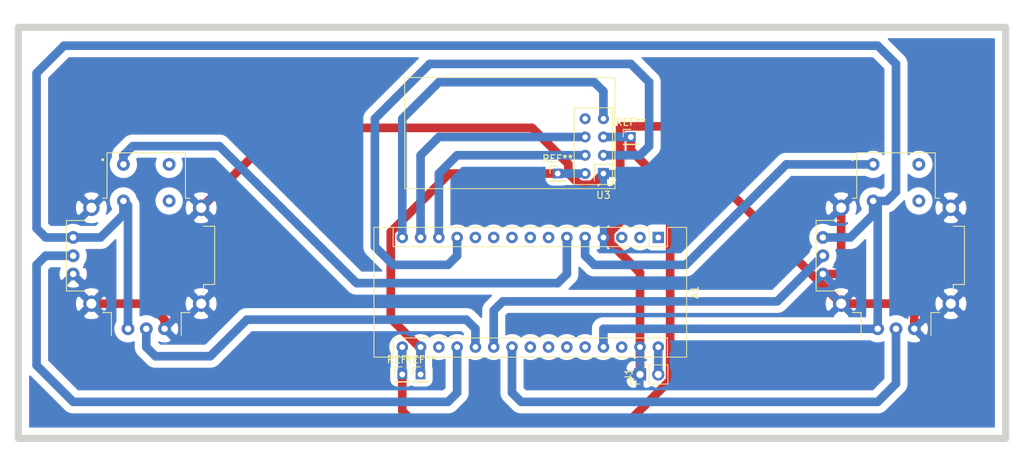
<source format=kicad_pcb>
(kicad_pcb (version 20171130) (host pcbnew "(5.1.5)-3")

  (general
    (thickness 1.6)
    (drawings 4)
    (tracks 123)
    (zones 0)
    (modules 9)
    (nets 31)
  )

  (page A4)
  (layers
    (0 F.Cu signal)
    (31 B.Cu signal)
    (32 B.Adhes user)
    (33 F.Adhes user)
    (34 B.Paste user)
    (35 F.Paste user)
    (36 B.SilkS user)
    (37 F.SilkS user)
    (38 B.Mask user)
    (39 F.Mask user)
    (40 Dwgs.User user)
    (41 Cmts.User user)
    (42 Eco1.User user)
    (43 Eco2.User user)
    (44 Edge.Cuts user)
    (45 Margin user)
    (46 B.CrtYd user)
    (47 F.CrtYd user)
    (48 B.Fab user)
    (49 F.Fab user)
  )

  (setup
    (last_trace_width 0.25)
    (trace_clearance 0.2)
    (zone_clearance 0.6)
    (zone_45_only no)
    (trace_min 0.2)
    (via_size 0.8)
    (via_drill 0.4)
    (via_min_size 0.4)
    (via_min_drill 0.3)
    (uvia_size 0.3)
    (uvia_drill 0.1)
    (uvias_allowed no)
    (uvia_min_size 0.2)
    (uvia_min_drill 0.1)
    (edge_width 0.05)
    (segment_width 0.2)
    (pcb_text_width 0.3)
    (pcb_text_size 1.5 1.5)
    (mod_edge_width 0.12)
    (mod_text_size 1 1)
    (mod_text_width 0.15)
    (pad_size 1.35 1.35)
    (pad_drill 0.8)
    (pad_to_mask_clearance 0.051)
    (solder_mask_min_width 0.25)
    (aux_axis_origin 0 0)
    (visible_elements FFFFFF7F)
    (pcbplotparams
      (layerselection 0x010fc_ffffffff)
      (usegerberextensions false)
      (usegerberattributes false)
      (usegerberadvancedattributes false)
      (creategerberjobfile false)
      (excludeedgelayer true)
      (linewidth 0.100000)
      (plotframeref false)
      (viasonmask false)
      (mode 1)
      (useauxorigin false)
      (hpglpennumber 1)
      (hpglpenspeed 20)
      (hpglpendiameter 15.000000)
      (psnegative false)
      (psa4output false)
      (plotreference true)
      (plotvalue true)
      (plotinvisibletext false)
      (padsonsilk false)
      (subtractmaskfromsilk false)
      (outputformat 1)
      (mirror false)
      (drillshape 1)
      (scaleselection 1)
      (outputdirectory ""))
  )

  (net 0 "")
  (net 1 "Net-(A1-Pad16)")
  (net 2 "Net-(A1-Pad15)")
  (net 3 +BATT)
  (net 4 "Net-(A1-Pad14)")
  (net 5 GND)
  (net 6 "Net-(A1-Pad13)")
  (net 7 "Net-(A1-Pad28)")
  (net 8 "Net-(A1-Pad12)")
  (net 9 +5V)
  (net 10 "Net-(A1-Pad11)")
  (net 11 "Net-(A1-Pad26)")
  (net 12 "Net-(A1-Pad10)")
  (net 13 "Net-(A1-Pad25)")
  (net 14 "Net-(A1-Pad9)")
  (net 15 "Net-(A1-Pad24)")
  (net 16 "Net-(A1-Pad8)")
  (net 17 "Net-(A1-Pad23)")
  (net 18 "Net-(A1-Pad7)")
  (net 19 RX)
  (net 20 BTNL)
  (net 21 RY)
  (net 22 BTNR)
  (net 23 LX)
  (net 24 LY)
  (net 25 "Net-(A1-Pad3)")
  (net 26 "Net-(A1-Pad18)")
  (net 27 "Net-(A1-Pad2)")
  (net 28 +3V3)
  (net 29 "Net-(A1-Pad1)")
  (net 30 "Net-(U3-Pad8)")

  (net_class Default "This is the default net class."
    (clearance 0.2)
    (trace_width 0.25)
    (via_dia 0.8)
    (via_drill 0.4)
    (uvia_dia 0.3)
    (uvia_drill 0.1)
    (add_net +3V3)
    (add_net +5V)
    (add_net +BATT)
    (add_net BTNL)
    (add_net BTNR)
    (add_net GND)
    (add_net LX)
    (add_net LY)
    (add_net "Net-(A1-Pad1)")
    (add_net "Net-(A1-Pad10)")
    (add_net "Net-(A1-Pad11)")
    (add_net "Net-(A1-Pad12)")
    (add_net "Net-(A1-Pad13)")
    (add_net "Net-(A1-Pad14)")
    (add_net "Net-(A1-Pad15)")
    (add_net "Net-(A1-Pad16)")
    (add_net "Net-(A1-Pad18)")
    (add_net "Net-(A1-Pad2)")
    (add_net "Net-(A1-Pad23)")
    (add_net "Net-(A1-Pad24)")
    (add_net "Net-(A1-Pad25)")
    (add_net "Net-(A1-Pad26)")
    (add_net "Net-(A1-Pad28)")
    (add_net "Net-(A1-Pad3)")
    (add_net "Net-(A1-Pad7)")
    (add_net "Net-(A1-Pad8)")
    (add_net "Net-(A1-Pad9)")
    (add_net "Net-(U3-Pad8)")
    (add_net RX)
    (add_net RY)
  )

  (module Connector_PinHeader_2.00mm:PinHeader_1x01_P2.00mm_Vertical (layer F.Cu) (tedit 5F1DEC2C) (tstamp 5F1E7BA6)
    (at 133.35 114.3)
    (descr "Through hole straight pin header, 1x01, 2.00mm pitch, single row")
    (tags "Through hole pin header THT 1x01 2.00mm single row")
    (fp_text reference REF** (at 0 -2.06) (layer F.SilkS)
      (effects (font (size 1 1) (thickness 0.15)))
    )
    (fp_text value PinHeader_1x01_P2.00mm_Vertical (at 0 2.06) (layer F.Fab)
      (effects (font (size 1 1) (thickness 0.15)))
    )
    (fp_text user %R (at 0 0 90) (layer F.Fab)
      (effects (font (size 1 1) (thickness 0.15)))
    )
    (fp_line (start 1.5 -1.5) (end -1.5 -1.5) (layer F.CrtYd) (width 0.05))
    (fp_line (start 1.5 1.5) (end 1.5 -1.5) (layer F.CrtYd) (width 0.05))
    (fp_line (start -1.5 1.5) (end 1.5 1.5) (layer F.CrtYd) (width 0.05))
    (fp_line (start -1.5 -1.5) (end -1.5 1.5) (layer F.CrtYd) (width 0.05))
    (fp_line (start -1.06 -1.06) (end 0 -1.06) (layer F.SilkS) (width 0.12))
    (fp_line (start -1.06 0) (end -1.06 -1.06) (layer F.SilkS) (width 0.12))
    (fp_line (start -1.06 1) (end 1.06 1) (layer F.SilkS) (width 0.12))
    (fp_line (start 1.06 1) (end 1.06 1.06) (layer F.SilkS) (width 0.12))
    (fp_line (start -1.06 1) (end -1.06 1.06) (layer F.SilkS) (width 0.12))
    (fp_line (start -1.06 1.06) (end 1.06 1.06) (layer F.SilkS) (width 0.12))
    (fp_line (start -1 -0.5) (end -0.5 -1) (layer F.Fab) (width 0.1))
    (fp_line (start -1 1) (end -1 -0.5) (layer F.Fab) (width 0.1))
    (fp_line (start 1 1) (end -1 1) (layer F.Fab) (width 0.1))
    (fp_line (start 1 -1) (end 1 1) (layer F.Fab) (width 0.1))
    (fp_line (start -0.5 -1) (end 1 -1) (layer F.Fab) (width 0.1))
    (pad 1 thru_hole rect (at 0 0) (size 1.35 1.35) (drill 0.8) (layers *.Cu *.Mask)
      (net 28 +3V3))
    (model ${KISYS3DMOD}/Connector_PinHeader_2.00mm.3dshapes/PinHeader_1x01_P2.00mm_Vertical.wrl
      (at (xyz 0 0 0))
      (scale (xyz 1 1 1))
      (rotate (xyz 0 0 0))
    )
  )

  (module Connector_PinHeader_2.00mm:PinHeader_1x01_P2.00mm_Vertical (layer F.Cu) (tedit 5F1DEC22) (tstamp 5F1E7B55)
    (at 130.81 114.3)
    (descr "Through hole straight pin header, 1x01, 2.00mm pitch, single row")
    (tags "Through hole pin header THT 1x01 2.00mm single row")
    (fp_text reference REF** (at 0 -2.06) (layer F.SilkS)
      (effects (font (size 1 1) (thickness 0.15)))
    )
    (fp_text value PinHeader_1x01_P2.00mm_Vertical (at 0 2.06) (layer F.Fab)
      (effects (font (size 1 1) (thickness 0.15)))
    )
    (fp_text user %R (at 0 0 90) (layer F.Fab)
      (effects (font (size 1 1) (thickness 0.15)))
    )
    (fp_line (start 1.5 -1.5) (end -1.5 -1.5) (layer F.CrtYd) (width 0.05))
    (fp_line (start 1.5 1.5) (end 1.5 -1.5) (layer F.CrtYd) (width 0.05))
    (fp_line (start -1.5 1.5) (end 1.5 1.5) (layer F.CrtYd) (width 0.05))
    (fp_line (start -1.5 -1.5) (end -1.5 1.5) (layer F.CrtYd) (width 0.05))
    (fp_line (start -1.06 -1.06) (end 0 -1.06) (layer F.SilkS) (width 0.12))
    (fp_line (start -1.06 0) (end -1.06 -1.06) (layer F.SilkS) (width 0.12))
    (fp_line (start -1.06 1) (end 1.06 1) (layer F.SilkS) (width 0.12))
    (fp_line (start 1.06 1) (end 1.06 1.06) (layer F.SilkS) (width 0.12))
    (fp_line (start -1.06 1) (end -1.06 1.06) (layer F.SilkS) (width 0.12))
    (fp_line (start -1.06 1.06) (end 1.06 1.06) (layer F.SilkS) (width 0.12))
    (fp_line (start -1 -0.5) (end -0.5 -1) (layer F.Fab) (width 0.1))
    (fp_line (start -1 1) (end -1 -0.5) (layer F.Fab) (width 0.1))
    (fp_line (start 1 1) (end -1 1) (layer F.Fab) (width 0.1))
    (fp_line (start 1 -1) (end 1 1) (layer F.Fab) (width 0.1))
    (fp_line (start -0.5 -1) (end 1 -1) (layer F.Fab) (width 0.1))
    (pad 1 thru_hole rect (at 0 0) (size 1.35 1.35) (drill 0.8) (layers *.Cu *.Mask)
      (net 1 "Net-(A1-Pad16)"))
    (model ${KISYS3DMOD}/Connector_PinHeader_2.00mm.3dshapes/PinHeader_1x01_P2.00mm_Vertical.wrl
      (at (xyz 0 0 0))
      (scale (xyz 1 1 1))
      (rotate (xyz 0 0 0))
    )
  )

  (module Connector_PinHeader_2.00mm:PinHeader_1x01_P2.00mm_Vertical (layer F.Cu) (tedit 5F1DEBC8) (tstamp 5F1E7AD6)
    (at 152.4 86.36)
    (descr "Through hole straight pin header, 1x01, 2.00mm pitch, single row")
    (tags "Through hole pin header THT 1x01 2.00mm single row")
    (fp_text reference REF** (at 0 -2.06) (layer F.SilkS)
      (effects (font (size 1 1) (thickness 0.15)))
    )
    (fp_text value PinHeader_1x01_P2.00mm_Vertical (at 0 2.06) (layer F.Fab)
      (effects (font (size 1 1) (thickness 0.15)))
    )
    (fp_text user %R (at 0 0 90) (layer F.Fab)
      (effects (font (size 1 1) (thickness 0.15)))
    )
    (fp_line (start 1.5 -1.5) (end -1.5 -1.5) (layer F.CrtYd) (width 0.05))
    (fp_line (start 1.5 1.5) (end 1.5 -1.5) (layer F.CrtYd) (width 0.05))
    (fp_line (start -1.5 1.5) (end 1.5 1.5) (layer F.CrtYd) (width 0.05))
    (fp_line (start -1.5 -1.5) (end -1.5 1.5) (layer F.CrtYd) (width 0.05))
    (fp_line (start -1.06 -1.06) (end 0 -1.06) (layer F.SilkS) (width 0.12))
    (fp_line (start -1.06 0) (end -1.06 -1.06) (layer F.SilkS) (width 0.12))
    (fp_line (start -1.06 1) (end 1.06 1) (layer F.SilkS) (width 0.12))
    (fp_line (start 1.06 1) (end 1.06 1.06) (layer F.SilkS) (width 0.12))
    (fp_line (start -1.06 1) (end -1.06 1.06) (layer F.SilkS) (width 0.12))
    (fp_line (start -1.06 1.06) (end 1.06 1.06) (layer F.SilkS) (width 0.12))
    (fp_line (start -1 -0.5) (end -0.5 -1) (layer F.Fab) (width 0.1))
    (fp_line (start -1 1) (end -1 -0.5) (layer F.Fab) (width 0.1))
    (fp_line (start 1 1) (end -1 1) (layer F.Fab) (width 0.1))
    (fp_line (start 1 -1) (end 1 1) (layer F.Fab) (width 0.1))
    (fp_line (start -0.5 -1) (end 1 -1) (layer F.Fab) (width 0.1))
    (pad 1 thru_hole rect (at 0 0) (size 1.35 1.35) (drill 0.8) (layers *.Cu *.Mask)
      (net 28 +3V3))
    (model ${KISYS3DMOD}/Connector_PinHeader_2.00mm.3dshapes/PinHeader_1x01_P2.00mm_Vertical.wrl
      (at (xyz 0 0 0))
      (scale (xyz 1 1 1))
      (rotate (xyz 0 0 0))
    )
  )

  (module Connector_PinHeader_2.00mm:PinHeader_1x01_P2.00mm_Vertical (layer F.Cu) (tedit 5F1DEBD6) (tstamp 5F1E7A85)
    (at 162.56 81.28)
    (descr "Through hole straight pin header, 1x01, 2.00mm pitch, single row")
    (tags "Through hole pin header THT 1x01 2.00mm single row")
    (fp_text reference REF** (at 0 -2.06) (layer F.SilkS)
      (effects (font (size 1 1) (thickness 0.15)))
    )
    (fp_text value PinHeader_1x01_P2.00mm_Vertical (at 0 2.06) (layer F.Fab)
      (effects (font (size 1 1) (thickness 0.15)))
    )
    (fp_text user %R (at 0 0 90) (layer F.Fab)
      (effects (font (size 1 1) (thickness 0.15)))
    )
    (fp_line (start 1.5 -1.5) (end -1.5 -1.5) (layer F.CrtYd) (width 0.05))
    (fp_line (start 1.5 1.5) (end 1.5 -1.5) (layer F.CrtYd) (width 0.05))
    (fp_line (start -1.5 1.5) (end 1.5 1.5) (layer F.CrtYd) (width 0.05))
    (fp_line (start -1.5 -1.5) (end -1.5 1.5) (layer F.CrtYd) (width 0.05))
    (fp_line (start -1.06 -1.06) (end 0 -1.06) (layer F.SilkS) (width 0.12))
    (fp_line (start -1.06 0) (end -1.06 -1.06) (layer F.SilkS) (width 0.12))
    (fp_line (start -1.06 1) (end 1.06 1) (layer F.SilkS) (width 0.12))
    (fp_line (start 1.06 1) (end 1.06 1.06) (layer F.SilkS) (width 0.12))
    (fp_line (start -1.06 1) (end -1.06 1.06) (layer F.SilkS) (width 0.12))
    (fp_line (start -1.06 1.06) (end 1.06 1.06) (layer F.SilkS) (width 0.12))
    (fp_line (start -1 -0.5) (end -0.5 -1) (layer F.Fab) (width 0.1))
    (fp_line (start -1 1) (end -1 -0.5) (layer F.Fab) (width 0.1))
    (fp_line (start 1 1) (end -1 1) (layer F.Fab) (width 0.1))
    (fp_line (start 1 -1) (end 1 1) (layer F.Fab) (width 0.1))
    (fp_line (start -0.5 -1) (end 1 -1) (layer F.Fab) (width 0.1))
    (pad 1 thru_hole rect (at 0 0) (size 1.35 1.35) (drill 0.8) (layers *.Cu *.Mask)
      (net 1 "Net-(A1-Pad16)"))
    (model ${KISYS3DMOD}/Connector_PinHeader_2.00mm.3dshapes/PinHeader_1x01_P2.00mm_Vertical.wrl
      (at (xyz 0 0 0))
      (scale (xyz 1 1 1))
      (rotate (xyz 0 0 0))
    )
  )

  (module Connector_PinHeader_2.54mm:PinHeader_1x02_P2.54mm_Vertical (layer F.Cu) (tedit 59FED5CC) (tstamp 5F1E5F7F)
    (at 163.83 114.3 90)
    (descr "Through hole straight pin header, 1x02, 2.54mm pitch, single row")
    (tags "Through hole pin header THT 1x02 2.54mm single row")
    (path /5F1EE47F)
    (fp_text reference J1 (at 0 -1.56 90) (layer F.SilkS)
      (effects (font (size 1 1) (thickness 0.15)))
    )
    (fp_text value POWER (at 0 2.56 90) (layer F.Fab)
      (effects (font (size 1 1) (thickness 0.15)))
    )
    (fp_text user %R (at 0 0.5) (layer F.Fab)
      (effects (font (size 0.76 0.76) (thickness 0.114)))
    )
    (fp_line (start 1.8 -1.8) (end -1.8 -1.8) (layer F.CrtYd) (width 0.05))
    (fp_line (start 1.8 4.35) (end 1.8 -1.8) (layer F.CrtYd) (width 0.05))
    (fp_line (start -1.8 4.35) (end 1.8 4.35) (layer F.CrtYd) (width 0.05))
    (fp_line (start -1.8 -1.8) (end -1.8 4.35) (layer F.CrtYd) (width 0.05))
    (fp_line (start -1.33 -1.33) (end 0 -1.33) (layer F.SilkS) (width 0.12))
    (fp_line (start -1.33 0) (end -1.33 -1.33) (layer F.SilkS) (width 0.12))
    (fp_line (start -1.33 1.27) (end 1.33 1.27) (layer F.SilkS) (width 0.12))
    (fp_line (start 1.33 1.27) (end 1.33 3.87) (layer F.SilkS) (width 0.12))
    (fp_line (start -1.33 1.27) (end -1.33 3.87) (layer F.SilkS) (width 0.12))
    (fp_line (start -1.33 3.87) (end 1.33 3.87) (layer F.SilkS) (width 0.12))
    (fp_line (start -1.27 -0.635) (end -0.635 -1.27) (layer F.Fab) (width 0.1))
    (fp_line (start -1.27 3.81) (end -1.27 -0.635) (layer F.Fab) (width 0.1))
    (fp_line (start 1.27 3.81) (end -1.27 3.81) (layer F.Fab) (width 0.1))
    (fp_line (start 1.27 -1.27) (end 1.27 3.81) (layer F.Fab) (width 0.1))
    (fp_line (start -0.635 -1.27) (end 1.27 -1.27) (layer F.Fab) (width 0.1))
    (pad 2 thru_hole oval (at 0 2.54 90) (size 1.7 1.7) (drill 1) (layers *.Cu *.Mask)
      (net 3 +BATT))
    (pad 1 thru_hole rect (at 0 0 90) (size 1.7 1.7) (drill 1) (layers *.Cu *.Mask)
      (net 5 GND))
    (model ${KISYS3DMOD}/Connector_PinHeader_2.54mm.3dshapes/PinHeader_1x02_P2.54mm_Vertical.wrl
      (at (xyz 0 0 0))
      (scale (xyz 1 1 1))
      (rotate (xyz 0 0 0))
    )
  )

  (module RF_Module:nRF24L01_Breakout (layer F.Cu) (tedit 5A056C61) (tstamp 5F1E6025)
    (at 158.75 86.36 180)
    (descr "nRF24L01 breakout board")
    (tags "nRF24L01 adapter breakout")
    (path /5F1E5B97)
    (fp_text reference U3 (at 0 -3) (layer F.SilkS)
      (effects (font (size 1 1) (thickness 0.15)))
    )
    (fp_text value NRF24L01_Breakout (at 13 5) (layer F.Fab)
      (effects (font (size 1 1) (thickness 0.15)))
    )
    (fp_text user %R (at 12.5 2.5) (layer F.Fab)
      (effects (font (size 1 1) (thickness 0.15)))
    )
    (fp_line (start 27.75 -2.25) (end 27.75 -2.25) (layer F.CrtYd) (width 0.05))
    (fp_line (start 27.75 13.5) (end 27.75 -2.25) (layer F.CrtYd) (width 0.05))
    (fp_line (start -1.75 13.5) (end 27.75 13.5) (layer F.CrtYd) (width 0.05))
    (fp_line (start -1.75 -2.25) (end -1.75 13.5) (layer F.CrtYd) (width 0.05))
    (fp_line (start 27.75 -2.25) (end -1.75 -2.25) (layer F.CrtYd) (width 0.05))
    (fp_line (start -1.27 -1.524) (end -1.27 -1.524) (layer F.SilkS) (width 0.12))
    (fp_line (start -1.27 9.144) (end -1.27 -1.524) (layer F.SilkS) (width 0.12))
    (fp_line (start -1.6 -2.1) (end -1.6 -2.1) (layer F.SilkS) (width 0.12))
    (fp_line (start -1.6 13.35) (end -1.6 -2.1) (layer F.SilkS) (width 0.12))
    (fp_line (start 27.6 13.35) (end -1.6 13.35) (layer F.SilkS) (width 0.12))
    (fp_line (start 27.6 -2.1) (end 27.6 13.35) (layer F.SilkS) (width 0.12))
    (fp_line (start -1.6 -2.1) (end 27.6 -2.1) (layer F.SilkS) (width 0.12))
    (fp_line (start -1.016 1.27) (end -1.016 1.27) (layer F.SilkS) (width 0.12))
    (fp_line (start 1.27 1.27) (end -1.016 1.27) (layer F.SilkS) (width 0.12))
    (fp_line (start 1.27 -1.016) (end 1.27 1.27) (layer F.SilkS) (width 0.12))
    (fp_line (start -1.27 9.144) (end -1.27 9.144) (layer F.SilkS) (width 0.12))
    (fp_line (start 4.064 9.144) (end -1.27 9.144) (layer F.SilkS) (width 0.12))
    (fp_line (start 4.064 -1.524) (end 4.064 9.144) (layer F.SilkS) (width 0.12))
    (fp_line (start -1.27 -1.524) (end 4.064 -1.524) (layer F.SilkS) (width 0.12))
    (fp_line (start -1.27 -1.27) (end -1.27 -1.27) (layer F.Fab) (width 0.1))
    (fp_line (start -1.27 8.89) (end -1.27 -1.27) (layer F.Fab) (width 0.1))
    (fp_line (start 3.81 8.89) (end -1.27 8.89) (layer F.Fab) (width 0.1))
    (fp_line (start 3.81 -1.27) (end 3.81 8.89) (layer F.Fab) (width 0.1))
    (fp_line (start -1.27 -1.27) (end 3.81 -1.27) (layer F.Fab) (width 0.1))
    (fp_line (start -1.5 -2) (end -1.5 -2) (layer F.Fab) (width 0.1))
    (fp_line (start -1.5 13.25) (end -1.5 -2) (layer F.Fab) (width 0.1))
    (fp_line (start 27.5 13.25) (end -1.5 13.25) (layer F.Fab) (width 0.1))
    (fp_line (start 27.5 -2) (end 27.5 13.25) (layer F.Fab) (width 0.1))
    (fp_line (start -1.5 -2) (end 27.5 -2) (layer F.Fab) (width 0.1))
    (pad 8 thru_hole circle (at 2.54 7.62 180) (size 1.524 1.524) (drill 0.762) (layers *.Cu *.Mask)
      (net 30 "Net-(U3-Pad8)"))
    (pad 7 thru_hole circle (at 0 7.62 180) (size 1.524 1.524) (drill 0.762) (layers *.Cu *.Mask)
      (net 2 "Net-(A1-Pad15)"))
    (pad 6 thru_hole circle (at 2.54 5.08 180) (size 1.524 1.524) (drill 0.762) (layers *.Cu *.Mask)
      (net 4 "Net-(A1-Pad14)"))
    (pad 5 thru_hole circle (at 0 5.08 180) (size 1.524 1.524) (drill 0.762) (layers *.Cu *.Mask)
      (net 1 "Net-(A1-Pad16)"))
    (pad 4 thru_hole circle (at 2.54 2.54 180) (size 1.524 1.524) (drill 0.762) (layers *.Cu *.Mask)
      (net 6 "Net-(A1-Pad13)"))
    (pad 3 thru_hole circle (at 0 2.54 180) (size 1.524 1.524) (drill 0.762) (layers *.Cu *.Mask)
      (net 8 "Net-(A1-Pad12)"))
    (pad 2 thru_hole circle (at 2.54 0 180) (size 1.524 1.524) (drill 0.762) (layers *.Cu *.Mask)
      (net 28 +3V3))
    (pad 1 thru_hole rect (at 0 0 180) (size 1.524 1.524) (drill 0.762) (layers *.Cu *.Mask)
      (net 5 GND))
    (model ${KISYS3DMOD}/RF_Module.3dshapes/nRF24L01_Breakout.wrl
      (at (xyz 0 0 0))
      (scale (xyz 1 1 1))
      (rotate (xyz 0 0 0))
    )
  )

  (module COM-09032:XDCR_COM-09032 (layer F.Cu) (tedit 5F1DAE7F) (tstamp 5F1E5FFB)
    (at 199.39 97.79)
    (path /5F1DD198)
    (fp_text reference U2 (at -2.625 -15.235) (layer F.SilkS)
      (effects (font (size 1 1) (thickness 0.015)))
    )
    (fp_text value "RIGHT JOYSTICK" (at 3.09 14.265) (layer F.Fab)
      (effects (font (size 1 1) (thickness 0.015)))
    )
    (fp_circle (center -6.05 -13.35) (end -5.95 -13.35) (layer F.SilkS) (width 0.2))
    (fp_circle (center -6.05 -13.35) (end -5.95 -13.35) (layer F.Fab) (width 0.2))
    (fp_arc (start -0.05 -0.097339) (end -5.8 -12.35) (angle -309.72) (layer F.CrtYd) (width 0.05))
    (fp_line (start 5.7 -14.6) (end 5.7 -12.35) (layer F.CrtYd) (width 0.05))
    (fp_line (start -5.8 -14.6) (end 5.7 -14.6) (layer F.CrtYd) (width 0.05))
    (fp_line (start -5.8 -12.35) (end -5.8 -14.6) (layer F.CrtYd) (width 0.05))
    (fp_line (start -11.1 -4.9) (end -7.95 -4.9) (layer F.SilkS) (width 0.127))
    (fp_line (start -11.1 4.9) (end -11.1 -4.9) (layer F.SilkS) (width 0.127))
    (fp_line (start -7.95 4.9) (end -11.1 4.9) (layer F.SilkS) (width 0.127))
    (fp_line (start -7.95 5.17) (end -7.95 4.9) (layer F.SilkS) (width 0.127))
    (fp_line (start -4.85 7.9) (end -6.07 7.9) (layer F.SilkS) (width 0.127))
    (fp_line (start -4.85 11.1) (end -4.85 7.9) (layer F.SilkS) (width 0.127))
    (fp_line (start 4.85 7.9) (end 4.85 11.1) (layer F.SilkS) (width 0.127))
    (fp_line (start 6.08 7.9) (end 4.85 7.9) (layer F.SilkS) (width 0.127))
    (fp_line (start 7.95 4) (end 7.95 5.12) (layer F.SilkS) (width 0.127))
    (fp_line (start 9.5 4) (end 7.95 4) (layer F.SilkS) (width 0.127))
    (fp_line (start 9.5 -4.1) (end 9.5 4) (layer F.SilkS) (width 0.127))
    (fp_line (start 7.95 -4.1) (end 9.5 -4.1) (layer F.SilkS) (width 0.127))
    (fp_line (start 5.45 -8) (end 6.08 -8) (layer F.SilkS) (width 0.127))
    (fp_line (start 5.45 -14.3) (end 5.45 -8) (layer F.SilkS) (width 0.127))
    (fp_line (start -5.45 -14.3) (end 5.45 -14.3) (layer F.SilkS) (width 0.127))
    (fp_line (start -5.45 -8) (end -5.45 -14.3) (layer F.SilkS) (width 0.127))
    (fp_line (start -6.07 -8) (end -5.45 -8) (layer F.SilkS) (width 0.127))
    (fp_arc (start 0 -0.062154) (end 5.45 -12.15) (angle 311.462) (layer F.Fab) (width 0.127))
    (fp_line (start -7.95 4.9) (end -7.95 7.9) (layer F.Fab) (width 0.127))
    (fp_line (start -7.95 -4.9) (end -7.95 -8) (layer F.Fab) (width 0.127))
    (fp_line (start -11.1 -4.9) (end -11.1 4.9) (layer F.Fab) (width 0.127))
    (fp_line (start -7.95 4.9) (end -11.1 4.9) (layer F.Fab) (width 0.127))
    (fp_line (start -7.95 -4.9) (end -11.1 -4.9) (layer F.Fab) (width 0.127))
    (fp_line (start -5.45 -14.3) (end -5.45 -8) (layer F.Fab) (width 0.127))
    (fp_line (start 5.45 -14.3) (end 5.45 -8) (layer F.Fab) (width 0.127))
    (fp_line (start -5.45 -8) (end -7.95 -8) (layer F.Fab) (width 0.127))
    (fp_line (start 7.95 -8) (end 5.45 -8) (layer F.Fab) (width 0.127))
    (fp_line (start 7.95 4) (end 9.5 4) (layer F.Fab) (width 0.127))
    (fp_line (start 7.95 -4.1) (end 9.5 -4.1) (layer F.Fab) (width 0.127))
    (fp_line (start 7.95 4) (end 7.95 7.9) (layer F.Fab) (width 0.127))
    (fp_line (start 7.95 -4.1) (end 7.95 -8) (layer F.Fab) (width 0.127))
    (fp_line (start 9.5 -4.1) (end 9.5 4) (layer F.Fab) (width 0.127))
    (fp_line (start -4.85 7.9) (end -7.95 7.9) (layer F.Fab) (width 0.127))
    (fp_line (start 4.85 7.9) (end 7.95 7.9) (layer F.Fab) (width 0.127))
    (fp_line (start -4.85 11.1) (end -4.85 7.9) (layer F.Fab) (width 0.127))
    (fp_line (start 4.85 11.1) (end 4.85 7.9) (layer F.Fab) (width 0.127))
    (fp_line (start 4.85 11.1) (end -4.85 11.1) (layer F.Fab) (width 0.127))
    (fp_line (start 5.45 -14.3) (end -5.45 -14.3) (layer F.Fab) (width 0.127))
    (pad V3 thru_hole circle (at -10.16 2.54) (size 1.778 1.778) (drill 0.889) (layers *.Cu *.Mask)
      (net 5 GND))
    (pad V2 thru_hole circle (at -10.16 0) (size 1.778 1.778) (drill 0.889) (layers *.Cu *.Mask)
      (net 21 RY))
    (pad V1 thru_hole circle (at -10.16 -2.54) (size 1.778 1.778) (drill 0.889) (layers *.Cu *.Mask)
      (net 9 +5V))
    (pad S4 thru_hole circle (at 7.62 -6.6675) (size 2.286 2.286) (drill 1.397) (layers *.Cu *.Mask)
      (net 5 GND))
    (pad S3 thru_hole circle (at 7.62 6.6675) (size 2.286 2.286) (drill 1.397) (layers *.Cu *.Mask)
      (net 5 GND))
    (pad S2 thru_hole circle (at -7.62 6.6675) (size 2.286 2.286) (drill 1.397) (layers *.Cu *.Mask)
      (net 5 GND))
    (pad S1 thru_hole circle (at -7.62 -6.6675) (size 2.286 2.286) (drill 1.397) (layers *.Cu *.Mask)
      (net 5 GND))
    (pad H3 thru_hole circle (at 2.54 10.16) (size 1.778 1.778) (drill 0.889) (layers *.Cu *.Mask)
      (net 5 GND))
    (pad H2 thru_hole circle (at 0 10.16) (size 1.778 1.778) (drill 0.889) (layers *.Cu *.Mask)
      (net 19 RX))
    (pad H1 thru_hole circle (at -2.54 10.16) (size 1.778 1.778) (drill 0.889) (layers *.Cu *.Mask)
      (net 9 +5V))
    (pad B2B thru_hole circle (at 3.175 -7.62) (size 1.778 1.778) (drill 0.9) (layers *.Cu *.Mask))
    (pad B2A thru_hole circle (at -3.175 -7.62) (size 1.778 1.778) (drill 0.9) (layers *.Cu *.Mask)
      (net 9 +5V))
    (pad B1B thru_hole circle (at 3.175 -12.7) (size 1.778 1.778) (drill 0.9) (layers *.Cu *.Mask))
    (pad B1A thru_hole circle (at -3.175 -12.7) (size 1.778 1.778) (drill 0.9) (layers *.Cu *.Mask)
      (net 22 BTNR))
  )

  (module COM-09032:XDCR_COM-09032 (layer F.Cu) (tedit 5F1DAE7F) (tstamp 5F1E5FBD)
    (at 95.25 97.79)
    (path /5F1DB2A4)
    (fp_text reference U1 (at -2.625 -15.235) (layer F.SilkS)
      (effects (font (size 1 1) (thickness 0.015)))
    )
    (fp_text value "LEFT JOYSTICK" (at 3.09 14.265) (layer F.Fab)
      (effects (font (size 1 1) (thickness 0.015)))
    )
    (fp_circle (center -6.05 -13.35) (end -5.95 -13.35) (layer F.SilkS) (width 0.2))
    (fp_circle (center -6.05 -13.35) (end -5.95 -13.35) (layer F.Fab) (width 0.2))
    (fp_arc (start -0.05 -0.097339) (end -5.8 -12.35) (angle -309.72) (layer F.CrtYd) (width 0.05))
    (fp_line (start 5.7 -14.6) (end 5.7 -12.35) (layer F.CrtYd) (width 0.05))
    (fp_line (start -5.8 -14.6) (end 5.7 -14.6) (layer F.CrtYd) (width 0.05))
    (fp_line (start -5.8 -12.35) (end -5.8 -14.6) (layer F.CrtYd) (width 0.05))
    (fp_line (start -11.1 -4.9) (end -7.95 -4.9) (layer F.SilkS) (width 0.127))
    (fp_line (start -11.1 4.9) (end -11.1 -4.9) (layer F.SilkS) (width 0.127))
    (fp_line (start -7.95 4.9) (end -11.1 4.9) (layer F.SilkS) (width 0.127))
    (fp_line (start -7.95 5.17) (end -7.95 4.9) (layer F.SilkS) (width 0.127))
    (fp_line (start -4.85 7.9) (end -6.07 7.9) (layer F.SilkS) (width 0.127))
    (fp_line (start -4.85 11.1) (end -4.85 7.9) (layer F.SilkS) (width 0.127))
    (fp_line (start 4.85 7.9) (end 4.85 11.1) (layer F.SilkS) (width 0.127))
    (fp_line (start 6.08 7.9) (end 4.85 7.9) (layer F.SilkS) (width 0.127))
    (fp_line (start 7.95 4) (end 7.95 5.12) (layer F.SilkS) (width 0.127))
    (fp_line (start 9.5 4) (end 7.95 4) (layer F.SilkS) (width 0.127))
    (fp_line (start 9.5 -4.1) (end 9.5 4) (layer F.SilkS) (width 0.127))
    (fp_line (start 7.95 -4.1) (end 9.5 -4.1) (layer F.SilkS) (width 0.127))
    (fp_line (start 5.45 -8) (end 6.08 -8) (layer F.SilkS) (width 0.127))
    (fp_line (start 5.45 -14.3) (end 5.45 -8) (layer F.SilkS) (width 0.127))
    (fp_line (start -5.45 -14.3) (end 5.45 -14.3) (layer F.SilkS) (width 0.127))
    (fp_line (start -5.45 -8) (end -5.45 -14.3) (layer F.SilkS) (width 0.127))
    (fp_line (start -6.07 -8) (end -5.45 -8) (layer F.SilkS) (width 0.127))
    (fp_arc (start 0 -0.062154) (end 5.45 -12.15) (angle 311.462) (layer F.Fab) (width 0.127))
    (fp_line (start -7.95 4.9) (end -7.95 7.9) (layer F.Fab) (width 0.127))
    (fp_line (start -7.95 -4.9) (end -7.95 -8) (layer F.Fab) (width 0.127))
    (fp_line (start -11.1 -4.9) (end -11.1 4.9) (layer F.Fab) (width 0.127))
    (fp_line (start -7.95 4.9) (end -11.1 4.9) (layer F.Fab) (width 0.127))
    (fp_line (start -7.95 -4.9) (end -11.1 -4.9) (layer F.Fab) (width 0.127))
    (fp_line (start -5.45 -14.3) (end -5.45 -8) (layer F.Fab) (width 0.127))
    (fp_line (start 5.45 -14.3) (end 5.45 -8) (layer F.Fab) (width 0.127))
    (fp_line (start -5.45 -8) (end -7.95 -8) (layer F.Fab) (width 0.127))
    (fp_line (start 7.95 -8) (end 5.45 -8) (layer F.Fab) (width 0.127))
    (fp_line (start 7.95 4) (end 9.5 4) (layer F.Fab) (width 0.127))
    (fp_line (start 7.95 -4.1) (end 9.5 -4.1) (layer F.Fab) (width 0.127))
    (fp_line (start 7.95 4) (end 7.95 7.9) (layer F.Fab) (width 0.127))
    (fp_line (start 7.95 -4.1) (end 7.95 -8) (layer F.Fab) (width 0.127))
    (fp_line (start 9.5 -4.1) (end 9.5 4) (layer F.Fab) (width 0.127))
    (fp_line (start -4.85 7.9) (end -7.95 7.9) (layer F.Fab) (width 0.127))
    (fp_line (start 4.85 7.9) (end 7.95 7.9) (layer F.Fab) (width 0.127))
    (fp_line (start -4.85 11.1) (end -4.85 7.9) (layer F.Fab) (width 0.127))
    (fp_line (start 4.85 11.1) (end 4.85 7.9) (layer F.Fab) (width 0.127))
    (fp_line (start 4.85 11.1) (end -4.85 11.1) (layer F.Fab) (width 0.127))
    (fp_line (start 5.45 -14.3) (end -5.45 -14.3) (layer F.Fab) (width 0.127))
    (pad V3 thru_hole circle (at -10.16 2.54) (size 1.778 1.778) (drill 0.889) (layers *.Cu *.Mask)
      (net 5 GND))
    (pad V2 thru_hole circle (at -10.16 0) (size 1.778 1.778) (drill 0.889) (layers *.Cu *.Mask)
      (net 24 LY))
    (pad V1 thru_hole circle (at -10.16 -2.54) (size 1.778 1.778) (drill 0.889) (layers *.Cu *.Mask)
      (net 9 +5V))
    (pad S4 thru_hole circle (at 7.62 -6.6675) (size 2.286 2.286) (drill 1.397) (layers *.Cu *.Mask)
      (net 5 GND))
    (pad S3 thru_hole circle (at 7.62 6.6675) (size 2.286 2.286) (drill 1.397) (layers *.Cu *.Mask)
      (net 5 GND))
    (pad S2 thru_hole circle (at -7.62 6.6675) (size 2.286 2.286) (drill 1.397) (layers *.Cu *.Mask)
      (net 5 GND))
    (pad S1 thru_hole circle (at -7.62 -6.6675) (size 2.286 2.286) (drill 1.397) (layers *.Cu *.Mask)
      (net 5 GND))
    (pad H3 thru_hole circle (at 2.54 10.16) (size 1.778 1.778) (drill 0.889) (layers *.Cu *.Mask)
      (net 5 GND))
    (pad H2 thru_hole circle (at 0 10.16) (size 1.778 1.778) (drill 0.889) (layers *.Cu *.Mask)
      (net 23 LX))
    (pad H1 thru_hole circle (at -2.54 10.16) (size 1.778 1.778) (drill 0.889) (layers *.Cu *.Mask)
      (net 9 +5V))
    (pad B2B thru_hole circle (at 3.175 -7.62) (size 1.778 1.778) (drill 0.9) (layers *.Cu *.Mask))
    (pad B2A thru_hole circle (at -3.175 -7.62) (size 1.778 1.778) (drill 0.9) (layers *.Cu *.Mask)
      (net 9 +5V))
    (pad B1B thru_hole circle (at 3.175 -12.7) (size 1.778 1.778) (drill 0.9) (layers *.Cu *.Mask))
    (pad B1A thru_hole circle (at -3.175 -12.7) (size 1.778 1.778) (drill 0.9) (layers *.Cu *.Mask)
      (net 20 BTNL))
  )

  (module Module:Arduino_Nano (layer F.Cu) (tedit 58ACAF70) (tstamp 5F1E5F67)
    (at 166.37 95.25 270)
    (descr "Arduino Nano, http://www.mouser.com/pdfdocs/Gravitech_Arduino_Nano3_0.pdf")
    (tags "Arduino Nano")
    (path /5F1EAF4A)
    (fp_text reference A1 (at 7.62 -5.08 90) (layer F.SilkS)
      (effects (font (size 1 1) (thickness 0.15)))
    )
    (fp_text value "Arduino NANO v2.x" (at 8.89 19.05) (layer F.Fab)
      (effects (font (size 1 1) (thickness 0.15)))
    )
    (fp_line (start 16.75 42.16) (end -1.53 42.16) (layer F.CrtYd) (width 0.05))
    (fp_line (start 16.75 42.16) (end 16.75 -4.06) (layer F.CrtYd) (width 0.05))
    (fp_line (start -1.53 -4.06) (end -1.53 42.16) (layer F.CrtYd) (width 0.05))
    (fp_line (start -1.53 -4.06) (end 16.75 -4.06) (layer F.CrtYd) (width 0.05))
    (fp_line (start 16.51 -3.81) (end 16.51 39.37) (layer F.Fab) (width 0.1))
    (fp_line (start 0 -3.81) (end 16.51 -3.81) (layer F.Fab) (width 0.1))
    (fp_line (start -1.27 -2.54) (end 0 -3.81) (layer F.Fab) (width 0.1))
    (fp_line (start -1.27 39.37) (end -1.27 -2.54) (layer F.Fab) (width 0.1))
    (fp_line (start 16.51 39.37) (end -1.27 39.37) (layer F.Fab) (width 0.1))
    (fp_line (start 16.64 -3.94) (end -1.4 -3.94) (layer F.SilkS) (width 0.12))
    (fp_line (start 16.64 39.5) (end 16.64 -3.94) (layer F.SilkS) (width 0.12))
    (fp_line (start -1.4 39.5) (end 16.64 39.5) (layer F.SilkS) (width 0.12))
    (fp_line (start 3.81 41.91) (end 3.81 31.75) (layer F.Fab) (width 0.1))
    (fp_line (start 11.43 41.91) (end 3.81 41.91) (layer F.Fab) (width 0.1))
    (fp_line (start 11.43 31.75) (end 11.43 41.91) (layer F.Fab) (width 0.1))
    (fp_line (start 3.81 31.75) (end 11.43 31.75) (layer F.Fab) (width 0.1))
    (fp_line (start 1.27 36.83) (end -1.4 36.83) (layer F.SilkS) (width 0.12))
    (fp_line (start 1.27 1.27) (end 1.27 36.83) (layer F.SilkS) (width 0.12))
    (fp_line (start 1.27 1.27) (end -1.4 1.27) (layer F.SilkS) (width 0.12))
    (fp_line (start 13.97 36.83) (end 16.64 36.83) (layer F.SilkS) (width 0.12))
    (fp_line (start 13.97 -1.27) (end 13.97 36.83) (layer F.SilkS) (width 0.12))
    (fp_line (start 13.97 -1.27) (end 16.64 -1.27) (layer F.SilkS) (width 0.12))
    (fp_line (start -1.4 -3.94) (end -1.4 -1.27) (layer F.SilkS) (width 0.12))
    (fp_line (start -1.4 1.27) (end -1.4 39.5) (layer F.SilkS) (width 0.12))
    (fp_line (start 1.27 -1.27) (end -1.4 -1.27) (layer F.SilkS) (width 0.12))
    (fp_line (start 1.27 1.27) (end 1.27 -1.27) (layer F.SilkS) (width 0.12))
    (fp_text user %R (at 6.35 19.05) (layer F.Fab)
      (effects (font (size 1 1) (thickness 0.15)))
    )
    (pad 16 thru_hole oval (at 15.24 35.56 270) (size 1.6 1.6) (drill 0.8) (layers *.Cu *.Mask)
      (net 1 "Net-(A1-Pad16)"))
    (pad 15 thru_hole oval (at 0 35.56 270) (size 1.6 1.6) (drill 0.8) (layers *.Cu *.Mask)
      (net 2 "Net-(A1-Pad15)"))
    (pad 30 thru_hole oval (at 15.24 0 270) (size 1.6 1.6) (drill 0.8) (layers *.Cu *.Mask)
      (net 3 +BATT))
    (pad 14 thru_hole oval (at 0 33.02 270) (size 1.6 1.6) (drill 0.8) (layers *.Cu *.Mask)
      (net 4 "Net-(A1-Pad14)"))
    (pad 29 thru_hole oval (at 15.24 2.54 270) (size 1.6 1.6) (drill 0.8) (layers *.Cu *.Mask)
      (net 5 GND))
    (pad 13 thru_hole oval (at 0 30.48 270) (size 1.6 1.6) (drill 0.8) (layers *.Cu *.Mask)
      (net 6 "Net-(A1-Pad13)"))
    (pad 28 thru_hole oval (at 15.24 5.08 270) (size 1.6 1.6) (drill 0.8) (layers *.Cu *.Mask)
      (net 7 "Net-(A1-Pad28)"))
    (pad 12 thru_hole oval (at 0 27.94 270) (size 1.6 1.6) (drill 0.8) (layers *.Cu *.Mask)
      (net 8 "Net-(A1-Pad12)"))
    (pad 27 thru_hole oval (at 15.24 7.62 270) (size 1.6 1.6) (drill 0.8) (layers *.Cu *.Mask)
      (net 9 +5V))
    (pad 11 thru_hole oval (at 0 25.4 270) (size 1.6 1.6) (drill 0.8) (layers *.Cu *.Mask)
      (net 10 "Net-(A1-Pad11)"))
    (pad 26 thru_hole oval (at 15.24 10.16 270) (size 1.6 1.6) (drill 0.8) (layers *.Cu *.Mask)
      (net 11 "Net-(A1-Pad26)"))
    (pad 10 thru_hole oval (at 0 22.86 270) (size 1.6 1.6) (drill 0.8) (layers *.Cu *.Mask)
      (net 12 "Net-(A1-Pad10)"))
    (pad 25 thru_hole oval (at 15.24 12.7 270) (size 1.6 1.6) (drill 0.8) (layers *.Cu *.Mask)
      (net 13 "Net-(A1-Pad25)"))
    (pad 9 thru_hole oval (at 0 20.32 270) (size 1.6 1.6) (drill 0.8) (layers *.Cu *.Mask)
      (net 14 "Net-(A1-Pad9)"))
    (pad 24 thru_hole oval (at 15.24 15.24 270) (size 1.6 1.6) (drill 0.8) (layers *.Cu *.Mask)
      (net 15 "Net-(A1-Pad24)"))
    (pad 8 thru_hole oval (at 0 17.78 270) (size 1.6 1.6) (drill 0.8) (layers *.Cu *.Mask)
      (net 16 "Net-(A1-Pad8)"))
    (pad 23 thru_hole oval (at 15.24 17.78 270) (size 1.6 1.6) (drill 0.8) (layers *.Cu *.Mask)
      (net 17 "Net-(A1-Pad23)"))
    (pad 7 thru_hole oval (at 0 15.24 270) (size 1.6 1.6) (drill 0.8) (layers *.Cu *.Mask)
      (net 18 "Net-(A1-Pad7)"))
    (pad 22 thru_hole oval (at 15.24 20.32 270) (size 1.6 1.6) (drill 0.8) (layers *.Cu *.Mask)
      (net 19 RX))
    (pad 6 thru_hole oval (at 0 12.7 270) (size 1.6 1.6) (drill 0.8) (layers *.Cu *.Mask)
      (net 20 BTNL))
    (pad 21 thru_hole oval (at 15.24 22.86 270) (size 1.6 1.6) (drill 0.8) (layers *.Cu *.Mask)
      (net 21 RY))
    (pad 5 thru_hole oval (at 0 10.16 270) (size 1.6 1.6) (drill 0.8) (layers *.Cu *.Mask)
      (net 22 BTNR))
    (pad 20 thru_hole oval (at 15.24 25.4 270) (size 1.6 1.6) (drill 0.8) (layers *.Cu *.Mask)
      (net 23 LX))
    (pad 4 thru_hole oval (at 0 7.62 270) (size 1.6 1.6) (drill 0.8) (layers *.Cu *.Mask)
      (net 5 GND))
    (pad 19 thru_hole oval (at 15.24 27.94 270) (size 1.6 1.6) (drill 0.8) (layers *.Cu *.Mask)
      (net 24 LY))
    (pad 3 thru_hole oval (at 0 5.08 270) (size 1.6 1.6) (drill 0.8) (layers *.Cu *.Mask)
      (net 25 "Net-(A1-Pad3)"))
    (pad 18 thru_hole oval (at 15.24 30.48 270) (size 1.6 1.6) (drill 0.8) (layers *.Cu *.Mask)
      (net 26 "Net-(A1-Pad18)"))
    (pad 2 thru_hole oval (at 0 2.54 270) (size 1.6 1.6) (drill 0.8) (layers *.Cu *.Mask)
      (net 27 "Net-(A1-Pad2)"))
    (pad 17 thru_hole oval (at 15.24 33.02 270) (size 1.6 1.6) (drill 0.8) (layers *.Cu *.Mask)
      (net 28 +3V3))
    (pad 1 thru_hole rect (at 0 0 270) (size 1.6 1.6) (drill 0.8) (layers *.Cu *.Mask)
      (net 29 "Net-(A1-Pad1)"))
    (model ${KISYS3DMOD}/Module.3dshapes/Arduino_Nano_WithMountingHoles.wrl
      (at (xyz 0 0 0))
      (scale (xyz 1 1 1))
      (rotate (xyz 0 0 0))
    )
  )

  (gr_line (start 214.63 66.04) (end 214.63 123.19) (layer Edge.Cuts) (width 1))
  (gr_line (start 77.47 66.04) (end 214.63 66.04) (layer Edge.Cuts) (width 1))
  (gr_line (start 77.47 123.19) (end 77.47 66.04) (layer Edge.Cuts) (width 1))
  (gr_line (start 214.63 123.19) (end 77.47 123.19) (layer Edge.Cuts) (width 1))

  (segment (start 158.75 81.28) (end 162.56 81.28) (width 1.2) (layer B.Cu) (net 1))
  (segment (start 130.81 110.49) (end 130.81 114.3) (width 1.2) (layer B.Cu) (net 1))
  (segment (start 162.56 81.28) (end 162.56 83.155) (width 1.2) (layer F.Cu) (net 1))
  (segment (start 168.020001 115.092001) (end 162.462002 120.65) (width 1.2) (layer F.Cu) (net 1))
  (segment (start 162.56 83.155) (end 168.020001 88.615001) (width 1.2) (layer F.Cu) (net 1))
  (segment (start 168.020001 88.615001) (end 168.020001 115.092001) (width 1.2) (layer F.Cu) (net 1))
  (segment (start 162.462002 120.65) (end 132.08 120.65) (width 1.2) (layer F.Cu) (net 1))
  (segment (start 130.81 119.38) (end 130.81 114.3) (width 1.2) (layer F.Cu) (net 1))
  (segment (start 132.08 120.65) (end 130.81 119.38) (width 1.2) (layer F.Cu) (net 1))
  (segment (start 130.81 78.74) (end 130.81 95.25) (width 1.2) (layer B.Cu) (net 2))
  (segment (start 135.89 73.66) (end 130.81 78.74) (width 1.2) (layer B.Cu) (net 2))
  (segment (start 157.48 73.66) (end 135.89 73.66) (width 1.2) (layer B.Cu) (net 2))
  (segment (start 158.75 78.74) (end 158.75 74.93) (width 1.2) (layer B.Cu) (net 2))
  (segment (start 158.75 74.93) (end 157.48 73.66) (width 1.2) (layer B.Cu) (net 2))
  (segment (start 166.37 110.49) (end 166.37 114.3) (width 1.2) (layer B.Cu) (net 3))
  (segment (start 156.21 81.28) (end 135.89 81.28) (width 1.2) (layer B.Cu) (net 4))
  (segment (start 133.35 83.82) (end 133.35 95.25) (width 1.2) (layer B.Cu) (net 4))
  (segment (start 135.89 81.28) (end 133.35 83.82) (width 1.2) (layer B.Cu) (net 4))
  (segment (start 191.77 91.1225) (end 191.77 100.33) (width 1.2) (layer F.Cu) (net 5))
  (segment (start 191.77 100.33) (end 189.23 100.33) (width 1.2) (layer F.Cu) (net 5))
  (segment (start 201.93 107.95) (end 201.93 105.41) (width 1.2) (layer F.Cu) (net 5))
  (segment (start 200.9775 104.4575) (end 191.77 104.4575) (width 1.2) (layer F.Cu) (net 5))
  (segment (start 201.93 105.41) (end 200.9775 104.4575) (width 1.2) (layer F.Cu) (net 5))
  (segment (start 161.244999 79.804999) (end 167.117499 79.804999) (width 1.2) (layer F.Cu) (net 5))
  (segment (start 161.084999 79.964999) (end 161.244999 79.804999) (width 1.2) (layer F.Cu) (net 5))
  (segment (start 159.689999 94.481999) (end 161.084999 93.086999) (width 1.2) (layer F.Cu) (net 5))
  (segment (start 159.689999 96.018001) (end 159.689999 94.481999) (width 1.2) (layer F.Cu) (net 5))
  (segment (start 190.627001 103.314501) (end 191.77 104.4575) (width 1.2) (layer F.Cu) (net 5))
  (segment (start 163.83 100.158002) (end 159.689999 96.018001) (width 1.2) (layer F.Cu) (net 5))
  (segment (start 167.117499 79.804999) (end 190.627001 103.314501) (width 1.2) (layer F.Cu) (net 5))
  (segment (start 163.83 114.3) (end 163.83 100.158002) (width 1.2) (layer F.Cu) (net 5))
  (segment (start 87.63 104.4575) (end 95.5675 104.4575) (width 1.2) (layer F.Cu) (net 5))
  (segment (start 97.79 106.68) (end 97.79 107.95) (width 1.2) (layer F.Cu) (net 5))
  (segment (start 95.5675 104.4575) (end 97.79 106.68) (width 1.2) (layer F.Cu) (net 5))
  (segment (start 161.084999 93.086999) (end 161.084999 79.964999) (width 1.2) (layer F.Cu) (net 5))
  (segment (start 153.875001 86.336763) (end 153.875001 85.044999) (width 1.2) (layer F.Cu) (net 5))
  (segment (start 153.875001 85.044999) (end 148.840002 80.01) (width 1.2) (layer F.Cu) (net 5))
  (segment (start 158.75 86.36) (end 157.187999 87.922001) (width 1.2) (layer F.Cu) (net 5))
  (segment (start 155.460239 87.922001) (end 153.875001 86.336763) (width 1.2) (layer F.Cu) (net 5))
  (segment (start 157.187999 87.922001) (end 155.460239 87.922001) (width 1.2) (layer F.Cu) (net 5))
  (segment (start 113.9825 80.01) (end 102.87 91.1225) (width 1.2) (layer F.Cu) (net 5))
  (segment (start 148.840002 80.01) (end 113.9825 80.01) (width 1.2) (layer F.Cu) (net 5))
  (segment (start 159.721997 94.450001) (end 161.084999 93.086999) (width 1.2) (layer F.Cu) (net 5))
  (segment (start 159.549999 94.450001) (end 159.721997 94.450001) (width 1.2) (layer F.Cu) (net 5))
  (segment (start 158.75 95.25) (end 159.549999 94.450001) (width 1.2) (layer F.Cu) (net 5))
  (segment (start 156.21 83.82) (end 138.43 83.82) (width 1.2) (layer B.Cu) (net 6))
  (segment (start 135.89 86.36) (end 135.89 95.25) (width 1.2) (layer B.Cu) (net 6))
  (segment (start 138.43 83.82) (end 135.89 86.36) (width 1.2) (layer B.Cu) (net 6))
  (segment (start 137.16 99.06) (end 138.43 97.79) (width 1.2) (layer B.Cu) (net 8))
  (segment (start 129.54 99.06) (end 137.16 99.06) (width 1.2) (layer B.Cu) (net 8))
  (segment (start 138.43 97.79) (end 138.43 95.25) (width 1.2) (layer B.Cu) (net 8))
  (segment (start 134.62 71.12) (end 127 78.74) (width 1.2) (layer B.Cu) (net 8))
  (segment (start 163.83 83.82) (end 165.1 82.55) (width 1.2) (layer B.Cu) (net 8))
  (segment (start 158.75 83.82) (end 163.83 83.82) (width 1.2) (layer B.Cu) (net 8))
  (segment (start 165.1 73.66) (end 162.56 71.12) (width 1.2) (layer B.Cu) (net 8))
  (segment (start 127 78.74) (end 127 96.52) (width 1.2) (layer B.Cu) (net 8))
  (segment (start 165.1 82.55) (end 165.1 73.66) (width 1.2) (layer B.Cu) (net 8))
  (segment (start 127 96.52) (end 129.54 99.06) (width 1.2) (layer B.Cu) (net 8))
  (segment (start 162.56 71.12) (end 134.62 71.12) (width 1.2) (layer B.Cu) (net 8))
  (segment (start 85.09 95.25) (end 88.9 95.25) (width 1.2) (layer B.Cu) (net 9))
  (segment (start 92.075 92.075) (end 92.075 90.17) (width 1.2) (layer B.Cu) (net 9))
  (segment (start 88.9 95.25) (end 92.075 92.075) (width 1.2) (layer B.Cu) (net 9))
  (segment (start 92.71 90.805) (end 92.075 90.17) (width 1.2) (layer B.Cu) (net 9))
  (segment (start 92.71 107.95) (end 92.71 90.805) (width 1.2) (layer B.Cu) (net 9))
  (segment (start 189.23 95.25) (end 193.04 95.25) (width 1.2) (layer B.Cu) (net 9))
  (segment (start 196.215 92.075) (end 196.215 90.17) (width 1.2) (layer B.Cu) (net 9))
  (segment (start 193.04 95.25) (end 196.215 92.075) (width 1.2) (layer B.Cu) (net 9))
  (segment (start 196.85 90.805) (end 196.215 90.17) (width 1.2) (layer B.Cu) (net 9))
  (segment (start 196.85 107.95) (end 196.85 90.805) (width 1.2) (layer B.Cu) (net 9))
  (segment (start 196.85 107.95) (end 158.75 107.95) (width 1.2) (layer B.Cu) (net 9))
  (segment (start 158.75 107.95) (end 158.75 110.49) (width 1.2) (layer B.Cu) (net 9))
  (segment (start 198.12 90.17) (end 196.215 90.17) (width 1.2) (layer B.Cu) (net 9))
  (segment (start 199.39 71.12) (end 199.39 88.9) (width 1.2) (layer B.Cu) (net 9))
  (segment (start 196.85 68.58) (end 199.39 71.12) (width 1.2) (layer B.Cu) (net 9))
  (segment (start 83.82 68.58) (end 196.85 68.58) (width 1.2) (layer B.Cu) (net 9))
  (segment (start 85.09 95.25) (end 81.28 95.25) (width 1.2) (layer B.Cu) (net 9))
  (segment (start 199.39 88.9) (end 198.12 90.17) (width 1.2) (layer B.Cu) (net 9))
  (segment (start 80.01 93.98) (end 80.01 72.39) (width 1.2) (layer B.Cu) (net 9))
  (segment (start 81.28 95.25) (end 80.01 93.98) (width 1.2) (layer B.Cu) (net 9))
  (segment (start 80.01 72.39) (end 83.82 68.58) (width 1.2) (layer B.Cu) (net 9))
  (segment (start 196.85 118.11) (end 199.39 115.57) (width 1.2) (layer B.Cu) (net 19))
  (segment (start 147.32 118.11) (end 196.85 118.11) (width 1.2) (layer B.Cu) (net 19))
  (segment (start 199.39 115.57) (end 199.39 107.95) (width 1.2) (layer B.Cu) (net 19))
  (segment (start 146.05 110.49) (end 146.05 116.84) (width 1.2) (layer B.Cu) (net 19))
  (segment (start 146.05 116.84) (end 147.32 118.11) (width 1.2) (layer B.Cu) (net 19))
  (segment (start 153.67 100.33) (end 153.67 95.25) (width 1.2) (layer B.Cu) (net 20))
  (segment (start 152.4 101.6) (end 153.67 100.33) (width 1.2) (layer B.Cu) (net 20))
  (segment (start 92.075 85.09) (end 92.075 83.832765) (width 1.2) (layer B.Cu) (net 20))
  (segment (start 92.075 83.832765) (end 93.357765 82.55) (width 1.2) (layer B.Cu) (net 20))
  (segment (start 93.357765 82.55) (end 105.41 82.55) (width 1.2) (layer B.Cu) (net 20))
  (segment (start 105.41 82.55) (end 124.46 101.6) (width 1.2) (layer B.Cu) (net 20))
  (segment (start 124.46 101.6) (end 152.4 101.6) (width 1.2) (layer B.Cu) (net 20))
  (segment (start 189.23 97.79) (end 182.88 104.14) (width 1.2) (layer B.Cu) (net 21))
  (segment (start 182.88 104.14) (end 144.78 104.14) (width 1.2) (layer B.Cu) (net 21))
  (segment (start 143.51 105.41) (end 143.51 110.49) (width 1.2) (layer B.Cu) (net 21))
  (segment (start 144.78 104.14) (end 143.51 105.41) (width 1.2) (layer B.Cu) (net 21))
  (segment (start 157.48 99.06) (end 156.21 97.79) (width 1.2) (layer B.Cu) (net 22))
  (segment (start 156.21 97.79) (end 156.21 95.25) (width 1.2) (layer B.Cu) (net 22))
  (segment (start 170.18 99.06) (end 157.48 99.06) (width 1.2) (layer B.Cu) (net 22))
  (segment (start 196.215 85.09) (end 184.15 85.09) (width 1.2) (layer B.Cu) (net 22))
  (segment (start 184.15 85.09) (end 170.18 99.06) (width 1.2) (layer B.Cu) (net 22))
  (segment (start 140.97 107.95) (end 140.97 110.49) (width 1.2) (layer B.Cu) (net 23))
  (segment (start 139.7 106.68) (end 140.97 107.95) (width 1.2) (layer B.Cu) (net 23))
  (segment (start 95.25 110.49) (end 96.52 111.76) (width 1.2) (layer B.Cu) (net 23))
  (segment (start 104.14 111.76) (end 109.22 106.68) (width 1.2) (layer B.Cu) (net 23))
  (segment (start 95.25 107.95) (end 95.25 110.49) (width 1.2) (layer B.Cu) (net 23))
  (segment (start 96.52 111.76) (end 104.14 111.76) (width 1.2) (layer B.Cu) (net 23))
  (segment (start 109.22 106.68) (end 139.7 106.68) (width 1.2) (layer B.Cu) (net 23))
  (segment (start 85.09 97.79) (end 81.28 97.79) (width 1.2) (layer B.Cu) (net 24))
  (segment (start 81.28 97.79) (end 80.01 99.06) (width 1.2) (layer B.Cu) (net 24))
  (segment (start 80.01 99.06) (end 80.01 113.03) (width 1.2) (layer B.Cu) (net 24))
  (segment (start 80.01 113.03) (end 85.09 118.11) (width 1.2) (layer B.Cu) (net 24))
  (segment (start 85.09 118.11) (end 137.16 118.11) (width 1.2) (layer B.Cu) (net 24))
  (segment (start 138.43 116.84) (end 138.43 110.49) (width 1.2) (layer B.Cu) (net 24))
  (segment (start 137.16 118.11) (end 138.43 116.84) (width 1.2) (layer B.Cu) (net 24))
  (segment (start 152.4 86.36) (end 156.21 86.36) (width 1.2) (layer B.Cu) (net 28))
  (segment (start 133.35 110.49) (end 133.35 114.3) (width 1.2) (layer B.Cu) (net 28))
  (segment (start 133.35 112.425) (end 133.35 114.3) (width 1.2) (layer F.Cu) (net 28))
  (segment (start 133.35 110.661998) (end 133.35 112.425) (width 1.2) (layer F.Cu) (net 28))
  (segment (start 129.209999 106.521997) (end 133.35 110.661998) (width 1.2) (layer F.Cu) (net 28))
  (segment (start 137.331998 86.36) (end 129.209999 94.481999) (width 1.2) (layer F.Cu) (net 28))
  (segment (start 129.209999 94.481999) (end 129.209999 106.521997) (width 1.2) (layer F.Cu) (net 28))
  (segment (start 152.4 86.36) (end 137.331998 86.36) (width 1.2) (layer F.Cu) (net 28))

  (zone (net 5) (net_name GND) (layer B.Cu) (tstamp 0) (hatch edge 0.508)
    (connect_pads (clearance 1))
    (min_thickness 0.254)
    (fill yes (arc_segments 32) (thermal_gap 1) (thermal_bridge_width 1))
    (polygon
      (pts
        (xy 217.17 127) (xy 74.93 127) (xy 74.93 62.23) (xy 217.17 62.23)
      )
    )
    (filled_polygon
      (pts
        (xy 213.003001 121.563) (xy 79.097 121.563) (xy 79.097 114.559346) (xy 83.808836 119.271183) (xy 83.862918 119.337082)
        (xy 83.928817 119.391164) (xy 83.928818 119.391165) (xy 84.125887 119.552896) (xy 84.425906 119.713259) (xy 84.425908 119.71326)
        (xy 84.751449 119.812012) (xy 85.005159 119.837) (xy 85.005161 119.837) (xy 85.09 119.845356) (xy 85.174838 119.837)
        (xy 137.075162 119.837) (xy 137.16 119.845356) (xy 137.244838 119.837) (xy 137.244841 119.837) (xy 137.498551 119.812012)
        (xy 137.824092 119.71326) (xy 138.124112 119.552896) (xy 138.387082 119.337082) (xy 138.441168 119.271178) (xy 139.591179 118.121167)
        (xy 139.657082 118.067082) (xy 139.872896 117.804112) (xy 140.03326 117.504092) (xy 140.132012 117.178551) (xy 140.157 116.924841)
        (xy 140.157 116.924832) (xy 140.165355 116.840001) (xy 140.157 116.75517) (xy 140.157 112.239014) (xy 140.407915 112.342947)
        (xy 140.780207 112.417) (xy 141.159793 112.417) (xy 141.532085 112.342947) (xy 141.882777 112.197685) (xy 142.198391 111.986799)
        (xy 142.24 111.94519) (xy 142.281609 111.986799) (xy 142.597223 112.197685) (xy 142.947915 112.342947) (xy 143.320207 112.417)
        (xy 143.699793 112.417) (xy 144.072085 112.342947) (xy 144.323 112.239014) (xy 144.323001 116.755152) (xy 144.314644 116.84)
        (xy 144.344772 117.145887) (xy 144.347989 117.178551) (xy 144.446741 117.504092) (xy 144.607105 117.804112) (xy 144.822919 118.067082)
        (xy 144.888818 118.121164) (xy 146.038832 119.271178) (xy 146.092918 119.337082) (xy 146.355888 119.552896) (xy 146.655908 119.71326)
        (xy 146.981449 119.812012) (xy 147.235159 119.837) (xy 147.235168 119.837) (xy 147.319999 119.845355) (xy 147.40483 119.837)
        (xy 196.765162 119.837) (xy 196.85 119.845356) (xy 196.934838 119.837) (xy 196.934841 119.837) (xy 197.188551 119.812012)
        (xy 197.514092 119.71326) (xy 197.814112 119.552896) (xy 198.077082 119.337082) (xy 198.131168 119.271178) (xy 200.551184 116.851163)
        (xy 200.617082 116.797082) (xy 200.832896 116.534112) (xy 200.99326 116.234092) (xy 201.092012 115.908551) (xy 201.117 115.654841)
        (xy 201.117 115.654832) (xy 201.125355 115.570001) (xy 201.117 115.48517) (xy 201.117 109.800067) (xy 201.435136 109.914381)
        (xy 201.827876 109.973179) (xy 202.224541 109.954228) (xy 202.609887 109.858255) (xy 202.798587 109.780093) (xy 202.870912 109.418413)
        (xy 201.93 108.477502) (xy 201.915858 108.491644) (xy 201.406 107.981786) (xy 201.406 107.95) (xy 202.457502 107.95)
        (xy 203.398413 108.890912) (xy 203.760093 108.818587) (xy 203.894381 108.444864) (xy 203.953179 108.052124) (xy 203.934228 107.655459)
        (xy 203.838255 107.270113) (xy 203.760093 107.081413) (xy 203.398413 107.009088) (xy 202.457502 107.95) (xy 201.406 107.95)
        (xy 201.406 107.918214) (xy 201.915858 107.408356) (xy 201.93 107.422498) (xy 202.870912 106.481587) (xy 202.798587 106.119907)
        (xy 202.771295 106.1101) (xy 205.884901 106.1101) (xy 205.989082 106.497258) (xy 206.406636 106.657236) (xy 206.847377 106.73268)
        (xy 207.294367 106.720689) (xy 207.73043 106.621725) (xy 208.030918 106.497258) (xy 208.135099 106.1101) (xy 207.01 104.985002)
        (xy 205.884901 106.1101) (xy 202.771295 106.1101) (xy 202.424864 105.985619) (xy 202.032124 105.926821) (xy 201.635459 105.945772)
        (xy 201.250113 106.041745) (xy 201.061413 106.119907) (xy 200.989088 106.481584) (xy 200.761762 106.254258) (xy 200.649243 106.366777)
        (xy 200.344934 106.163444) (xy 199.978046 106.011473) (xy 199.588559 105.934) (xy 199.191441 105.934) (xy 198.801954 106.011473)
        (xy 198.577 106.104653) (xy 198.577 104.294877) (xy 204.73482 104.294877) (xy 204.746811 104.741867) (xy 204.845775 105.17793)
        (xy 204.970242 105.478418) (xy 205.3574 105.582599) (xy 206.482498 104.4575) (xy 207.537502 104.4575) (xy 208.6626 105.582599)
        (xy 209.049758 105.478418) (xy 209.209736 105.060864) (xy 209.28518 104.620123) (xy 209.273189 104.173133) (xy 209.174225 103.73707)
        (xy 209.049758 103.436582) (xy 208.6626 103.332401) (xy 207.537502 104.4575) (xy 206.482498 104.4575) (xy 205.3574 103.332401)
        (xy 204.970242 103.436582) (xy 204.810264 103.854136) (xy 204.73482 104.294877) (xy 198.577 104.294877) (xy 198.577 102.8049)
        (xy 205.884901 102.8049) (xy 207.01 103.929998) (xy 208.135099 102.8049) (xy 208.030918 102.417742) (xy 207.613364 102.257764)
        (xy 207.172623 102.18232) (xy 206.725633 102.194311) (xy 206.28957 102.293275) (xy 205.989082 102.417742) (xy 205.884901 102.8049)
        (xy 198.577 102.8049) (xy 198.577 92.7751) (xy 205.884901 92.7751) (xy 205.989082 93.162258) (xy 206.406636 93.322236)
        (xy 206.847377 93.39768) (xy 207.294367 93.385689) (xy 207.73043 93.286725) (xy 208.030918 93.162258) (xy 208.135099 92.7751)
        (xy 207.01 91.650002) (xy 205.884901 92.7751) (xy 198.577 92.7751) (xy 198.577 91.836081) (xy 198.784092 91.77326)
        (xy 199.084112 91.612896) (xy 199.347082 91.397082) (xy 199.401168 91.331178) (xy 200.549 90.183346) (xy 200.549 90.368559)
        (xy 200.626473 90.758046) (xy 200.778444 91.124934) (xy 200.99907 91.455125) (xy 201.279875 91.73593) (xy 201.610066 91.956556)
        (xy 201.976954 92.108527) (xy 202.366441 92.186) (xy 202.763559 92.186) (xy 203.153046 92.108527) (xy 203.519934 91.956556)
        (xy 203.850125 91.73593) (xy 204.13093 91.455125) (xy 204.351556 91.124934) (xy 204.419925 90.959877) (xy 204.73482 90.959877)
        (xy 204.746811 91.406867) (xy 204.845775 91.84293) (xy 204.970242 92.143418) (xy 205.3574 92.247599) (xy 206.482498 91.1225)
        (xy 207.537502 91.1225) (xy 208.6626 92.247599) (xy 209.049758 92.143418) (xy 209.209736 91.725864) (xy 209.28518 91.285123)
        (xy 209.273189 90.838133) (xy 209.174225 90.40207) (xy 209.049758 90.101582) (xy 208.6626 89.997401) (xy 207.537502 91.1225)
        (xy 206.482498 91.1225) (xy 205.3574 89.997401) (xy 204.970242 90.101582) (xy 204.810264 90.519136) (xy 204.73482 90.959877)
        (xy 204.419925 90.959877) (xy 204.503527 90.758046) (xy 204.581 90.368559) (xy 204.581 89.971441) (xy 204.503527 89.581954)
        (xy 204.457113 89.4699) (xy 205.884901 89.4699) (xy 207.01 90.594998) (xy 208.135099 89.4699) (xy 208.030918 89.082742)
        (xy 207.613364 88.922764) (xy 207.172623 88.84732) (xy 206.725633 88.859311) (xy 206.28957 88.958275) (xy 205.989082 89.082742)
        (xy 205.884901 89.4699) (xy 204.457113 89.4699) (xy 204.351556 89.215066) (xy 204.13093 88.884875) (xy 203.850125 88.60407)
        (xy 203.519934 88.383444) (xy 203.153046 88.231473) (xy 202.763559 88.154) (xy 202.366441 88.154) (xy 201.976954 88.231473)
        (xy 201.610066 88.383444) (xy 201.279875 88.60407) (xy 201.117 88.766945) (xy 201.117 86.493055) (xy 201.279875 86.65593)
        (xy 201.610066 86.876556) (xy 201.976954 87.028527) (xy 202.366441 87.106) (xy 202.763559 87.106) (xy 203.153046 87.028527)
        (xy 203.519934 86.876556) (xy 203.850125 86.65593) (xy 204.13093 86.375125) (xy 204.351556 86.044934) (xy 204.503527 85.678046)
        (xy 204.581 85.288559) (xy 204.581 84.891441) (xy 204.503527 84.501954) (xy 204.351556 84.135066) (xy 204.13093 83.804875)
        (xy 203.850125 83.52407) (xy 203.519934 83.303444) (xy 203.153046 83.151473) (xy 202.763559 83.074) (xy 202.366441 83.074)
        (xy 201.976954 83.151473) (xy 201.610066 83.303444) (xy 201.279875 83.52407) (xy 201.117 83.686945) (xy 201.117 71.20483)
        (xy 201.125355 71.119999) (xy 201.117 71.035168) (xy 201.117 71.035159) (xy 201.092012 70.781449) (xy 200.99326 70.455908)
        (xy 200.832896 70.155888) (xy 200.617082 69.892918) (xy 200.551183 69.838836) (xy 198.379346 67.667) (xy 213.003 67.667)
      )
    )
    (filled_polygon
      (pts
        (xy 195.895066 109.736556) (xy 196.261954 109.888527) (xy 196.651441 109.966) (xy 197.048559 109.966) (xy 197.438046 109.888527)
        (xy 197.663001 109.795347) (xy 197.663 114.854653) (xy 196.134654 116.383) (xy 148.035346 116.383) (xy 147.777 116.124654)
        (xy 147.777 115.15) (xy 161.847547 115.15) (xy 161.869307 115.370931) (xy 161.93375 115.583371) (xy 162.0384 115.779157)
        (xy 162.179235 115.950765) (xy 162.350843 116.0916) (xy 162.546629 116.19625) (xy 162.759069 116.260693) (xy 162.98 116.282453)
        (xy 163.17525 116.277) (xy 163.457 115.99525) (xy 163.457 114.673) (xy 162.13475 114.673) (xy 161.853 114.95475)
        (xy 161.847547 115.15) (xy 147.777 115.15) (xy 147.777 113.45) (xy 161.847547 113.45) (xy 161.853 113.64525)
        (xy 162.13475 113.927) (xy 163.457 113.927) (xy 163.457 112.60475) (xy 163.17525 112.323) (xy 162.98 112.317547)
        (xy 162.759069 112.339307) (xy 162.546629 112.40375) (xy 162.350843 112.5084) (xy 162.179235 112.649235) (xy 162.0384 112.820843)
        (xy 161.93375 113.016629) (xy 161.869307 113.229069) (xy 161.847547 113.45) (xy 147.777 113.45) (xy 147.777 112.239014)
        (xy 148.027915 112.342947) (xy 148.400207 112.417) (xy 148.779793 112.417) (xy 149.152085 112.342947) (xy 149.502777 112.197685)
        (xy 149.818391 111.986799) (xy 149.86 111.94519) (xy 149.901609 111.986799) (xy 150.217223 112.197685) (xy 150.567915 112.342947)
        (xy 150.940207 112.417) (xy 151.319793 112.417) (xy 151.692085 112.342947) (xy 152.042777 112.197685) (xy 152.358391 111.986799)
        (xy 152.4 111.94519) (xy 152.441609 111.986799) (xy 152.757223 112.197685) (xy 153.107915 112.342947) (xy 153.480207 112.417)
        (xy 153.859793 112.417) (xy 154.232085 112.342947) (xy 154.582777 112.197685) (xy 154.898391 111.986799) (xy 154.94 111.94519)
        (xy 154.981609 111.986799) (xy 155.297223 112.197685) (xy 155.647915 112.342947) (xy 156.020207 112.417) (xy 156.399793 112.417)
        (xy 156.772085 112.342947) (xy 157.122777 112.197685) (xy 157.438391 111.986799) (xy 157.48 111.94519) (xy 157.521609 111.986799)
        (xy 157.837223 112.197685) (xy 158.187915 112.342947) (xy 158.560207 112.417) (xy 158.939793 112.417) (xy 159.312085 112.342947)
        (xy 159.662777 112.197685) (xy 159.978391 111.986799) (xy 160.02 111.94519) (xy 160.061609 111.986799) (xy 160.377223 112.197685)
        (xy 160.727915 112.342947) (xy 161.100207 112.417) (xy 161.479793 112.417) (xy 161.852085 112.342947) (xy 162.202777 112.197685)
        (xy 162.518391 111.986799) (xy 162.569637 111.935553) (xy 162.694907 112.04722) (xy 163.020516 112.238744) (xy 163.165844 112.298929)
        (xy 163.457 112.09241) (xy 163.457 110.863) (xy 163.437 110.863) (xy 163.437 110.117) (xy 163.457 110.117)
        (xy 163.457 110.097) (xy 164.203 110.097) (xy 164.203 110.117) (xy 164.223 110.117) (xy 164.223 110.863)
        (xy 164.203 110.863) (xy 164.203 112.09241) (xy 164.494156 112.298929) (xy 164.639484 112.238744) (xy 164.643 112.236676)
        (xy 164.643 112.31858) (xy 164.48475 112.323) (xy 164.203 112.60475) (xy 164.203 113.927) (xy 164.223 113.927)
        (xy 164.223 114.673) (xy 164.203 114.673) (xy 164.203 115.99525) (xy 164.48475 116.277) (xy 164.68 116.282453)
        (xy 164.900931 116.260693) (xy 165.113371 116.19625) (xy 165.309157 116.0916) (xy 165.391579 116.023958) (xy 165.433539 116.051995)
        (xy 165.79333 116.201025) (xy 166.175282 116.277) (xy 166.564718 116.277) (xy 166.94667 116.201025) (xy 167.306461 116.051995)
        (xy 167.630264 115.835636) (xy 167.905636 115.560264) (xy 168.121995 115.236461) (xy 168.271025 114.87667) (xy 168.347 114.494718)
        (xy 168.347 114.105282) (xy 168.271025 113.72333) (xy 168.121995 113.363539) (xy 168.097 113.326131) (xy 168.097 111.356147)
        (xy 168.222947 111.052085) (xy 168.297 110.679793) (xy 168.297 110.300207) (xy 168.222947 109.927915) (xy 168.119014 109.677)
        (xy 195.805934 109.677)
      )
    )
    (filled_polygon
      (pts
        (xy 90.983 106.905934) (xy 90.923444 106.995066) (xy 90.771473 107.361954) (xy 90.694 107.751441) (xy 90.694 108.148559)
        (xy 90.771473 108.538046) (xy 90.923444 108.904934) (xy 91.14407 109.235125) (xy 91.424875 109.51593) (xy 91.755066 109.736556)
        (xy 92.121954 109.888527) (xy 92.511441 109.966) (xy 92.908559 109.966) (xy 93.298046 109.888527) (xy 93.523001 109.795347)
        (xy 93.523001 110.405152) (xy 93.514644 110.49) (xy 93.547989 110.828551) (xy 93.646741 111.154092) (xy 93.807105 111.454112)
        (xy 93.91625 111.587105) (xy 94.022919 111.717082) (xy 94.088818 111.771164) (xy 95.238832 112.921178) (xy 95.292918 112.987082)
        (xy 95.555888 113.202896) (xy 95.855908 113.36326) (xy 96.181449 113.462012) (xy 96.435159 113.487) (xy 96.435168 113.487)
        (xy 96.519999 113.495355) (xy 96.60483 113.487) (xy 104.055162 113.487) (xy 104.14 113.495356) (xy 104.224838 113.487)
        (xy 104.224841 113.487) (xy 104.478551 113.462012) (xy 104.804092 113.36326) (xy 105.104112 113.202896) (xy 105.367082 112.987082)
        (xy 105.421168 112.921178) (xy 109.935347 108.407) (xy 138.984654 108.407) (xy 139.243 108.665346) (xy 139.243 108.740986)
        (xy 138.992085 108.637053) (xy 138.619793 108.563) (xy 138.240207 108.563) (xy 137.867915 108.637053) (xy 137.517223 108.782315)
        (xy 137.201609 108.993201) (xy 137.16 109.03481) (xy 137.118391 108.993201) (xy 136.802777 108.782315) (xy 136.452085 108.637053)
        (xy 136.079793 108.563) (xy 135.700207 108.563) (xy 135.327915 108.637053) (xy 134.977223 108.782315) (xy 134.661609 108.993201)
        (xy 134.62 109.03481) (xy 134.578391 108.993201) (xy 134.262777 108.782315) (xy 133.912085 108.637053) (xy 133.539793 108.563)
        (xy 133.160207 108.563) (xy 132.787915 108.637053) (xy 132.437223 108.782315) (xy 132.121609 108.993201) (xy 132.08 109.03481)
        (xy 132.038391 108.993201) (xy 131.722777 108.782315) (xy 131.372085 108.637053) (xy 130.999793 108.563) (xy 130.620207 108.563)
        (xy 130.247915 108.637053) (xy 129.897223 108.782315) (xy 129.581609 108.993201) (xy 129.313201 109.261609) (xy 129.102315 109.577223)
        (xy 128.957053 109.927915) (xy 128.883 110.300207) (xy 128.883 110.679793) (xy 128.957053 111.052085) (xy 129.083 111.356147)
        (xy 129.083001 113.210582) (xy 129.024307 113.404069) (xy 129.002547 113.625) (xy 129.002547 114.975) (xy 129.024307 115.195931)
        (xy 129.08875 115.408371) (xy 129.1934 115.604157) (xy 129.334235 115.775765) (xy 129.505843 115.9166) (xy 129.701629 116.02125)
        (xy 129.914069 116.085693) (xy 130.135 116.107453) (xy 131.485 116.107453) (xy 131.705931 116.085693) (xy 131.918371 116.02125)
        (xy 132.08 115.934857) (xy 132.241629 116.02125) (xy 132.454069 116.085693) (xy 132.675 116.107453) (xy 134.025 116.107453)
        (xy 134.245931 116.085693) (xy 134.458371 116.02125) (xy 134.654157 115.9166) (xy 134.825765 115.775765) (xy 134.9666 115.604157)
        (xy 135.07125 115.408371) (xy 135.135693 115.195931) (xy 135.157453 114.975) (xy 135.157453 113.625) (xy 135.135693 113.404069)
        (xy 135.077 113.210584) (xy 135.077 112.239014) (xy 135.327915 112.342947) (xy 135.700207 112.417) (xy 136.079793 112.417)
        (xy 136.452085 112.342947) (xy 136.703001 112.239014) (xy 136.703 116.124654) (xy 136.444654 116.383) (xy 85.805347 116.383)
        (xy 81.737 112.314654) (xy 81.737 106.1101) (xy 86.504901 106.1101) (xy 86.609082 106.497258) (xy 87.026636 106.657236)
        (xy 87.467377 106.73268) (xy 87.914367 106.720689) (xy 88.35043 106.621725) (xy 88.650918 106.497258) (xy 88.755099 106.1101)
        (xy 87.63 104.985002) (xy 86.504901 106.1101) (xy 81.737 106.1101) (xy 81.737 104.294877) (xy 85.35482 104.294877)
        (xy 85.366811 104.741867) (xy 85.465775 105.17793) (xy 85.590242 105.478418) (xy 85.9774 105.582599) (xy 87.102498 104.4575)
        (xy 88.157502 104.4575) (xy 89.2826 105.582599) (xy 89.669758 105.478418) (xy 89.829736 105.060864) (xy 89.90518 104.620123)
        (xy 89.893189 104.173133) (xy 89.794225 103.73707) (xy 89.669758 103.436582) (xy 89.2826 103.332401) (xy 88.157502 104.4575)
        (xy 87.102498 104.4575) (xy 85.9774 103.332401) (xy 85.590242 103.436582) (xy 85.430264 103.854136) (xy 85.35482 104.294877)
        (xy 81.737 104.294877) (xy 81.737 102.8049) (xy 86.504901 102.8049) (xy 87.63 103.929998) (xy 88.755099 102.8049)
        (xy 88.650918 102.417742) (xy 88.233364 102.257764) (xy 87.792623 102.18232) (xy 87.345633 102.194311) (xy 86.90957 102.293275)
        (xy 86.609082 102.417742) (xy 86.504901 102.8049) (xy 81.737 102.8049) (xy 81.737 101.798413) (xy 84.149088 101.798413)
        (xy 84.221413 102.160093) (xy 84.595136 102.294381) (xy 84.987876 102.353179) (xy 85.384541 102.334228) (xy 85.769887 102.238255)
        (xy 85.958587 102.160093) (xy 86.030912 101.798413) (xy 85.09 100.857502) (xy 84.149088 101.798413) (xy 81.737 101.798413)
        (xy 81.737 99.775346) (xy 81.995346 99.517) (xy 83.239933 99.517) (xy 83.125619 99.835136) (xy 83.066821 100.227876)
        (xy 83.085772 100.624541) (xy 83.181745 101.009887) (xy 83.259907 101.198587) (xy 83.621587 101.270912) (xy 84.562498 100.33)
        (xy 84.548356 100.315858) (xy 85.058214 99.806) (xy 85.121786 99.806) (xy 85.631644 100.315858) (xy 85.617502 100.33)
        (xy 86.558413 101.270912) (xy 86.920093 101.198587) (xy 87.054381 100.824864) (xy 87.113179 100.432124) (xy 87.094228 100.035459)
        (xy 86.998255 99.650113) (xy 86.920093 99.461413) (xy 86.558416 99.389088) (xy 86.785742 99.161762) (xy 86.673223 99.049243)
        (xy 86.876556 98.744934) (xy 87.028527 98.378046) (xy 87.106 97.988559) (xy 87.106 97.591441) (xy 87.028527 97.201954)
        (xy 86.935347 96.977) (xy 88.815162 96.977) (xy 88.9 96.985356) (xy 88.984838 96.977) (xy 88.984841 96.977)
        (xy 89.238551 96.952012) (xy 89.564092 96.85326) (xy 89.864112 96.692896) (xy 90.127082 96.477082) (xy 90.181168 96.411178)
        (xy 90.983001 95.609346)
      )
    )
    (filled_polygon
      (pts
        (xy 125.838822 77.458832) (xy 125.772918 77.512918) (xy 125.557104 77.775889) (xy 125.39674 78.075909) (xy 125.297988 78.40145)
        (xy 125.273 78.655159) (xy 125.264644 78.74) (xy 125.273 78.824838) (xy 125.273001 96.435152) (xy 125.264644 96.52)
        (xy 125.297989 96.858551) (xy 125.396741 97.184092) (xy 125.557105 97.484112) (xy 125.666249 97.617104) (xy 125.772919 97.747082)
        (xy 125.838817 97.801163) (xy 127.910653 99.873) (xy 125.175347 99.873) (xy 106.691168 81.388822) (xy 106.637082 81.322918)
        (xy 106.374112 81.107104) (xy 106.074092 80.94674) (xy 105.748551 80.847988) (xy 105.494841 80.823) (xy 105.494838 80.823)
        (xy 105.41 80.814644) (xy 105.325162 80.823) (xy 93.442603 80.823) (xy 93.357765 80.814644) (xy 93.272926 80.823)
        (xy 93.272924 80.823) (xy 93.019214 80.847988) (xy 92.711115 80.941449) (xy 92.693673 80.94674) (xy 92.393652 81.107104)
        (xy 92.196583 81.268835) (xy 92.130683 81.322918) (xy 92.076601 81.388817) (xy 90.913817 82.551602) (xy 90.847919 82.605683)
        (xy 90.793837 82.671582) (xy 90.793835 82.671584) (xy 90.72475 82.755765) (xy 90.632105 82.868653) (xy 90.471741 83.168673)
        (xy 90.372988 83.494214) (xy 90.349257 83.73516) (xy 90.339644 83.832765) (xy 90.348 83.917603) (xy 90.348 84.045934)
        (xy 90.288444 84.135066) (xy 90.136473 84.501954) (xy 90.059 84.891441) (xy 90.059 85.288559) (xy 90.136473 85.678046)
        (xy 90.288444 86.044934) (xy 90.50907 86.375125) (xy 90.789875 86.65593) (xy 91.120066 86.876556) (xy 91.486954 87.028527)
        (xy 91.876441 87.106) (xy 92.273559 87.106) (xy 92.663046 87.028527) (xy 93.029934 86.876556) (xy 93.360125 86.65593)
        (xy 93.64093 86.375125) (xy 93.861556 86.044934) (xy 94.013527 85.678046) (xy 94.091 85.288559) (xy 94.091 84.891441)
        (xy 94.013527 84.501954) (xy 93.965091 84.38502) (xy 94.073112 84.277) (xy 96.579653 84.277) (xy 96.486473 84.501954)
        (xy 96.409 84.891441) (xy 96.409 85.288559) (xy 96.486473 85.678046) (xy 96.638444 86.044934) (xy 96.85907 86.375125)
        (xy 97.139875 86.65593) (xy 97.470066 86.876556) (xy 97.836954 87.028527) (xy 98.226441 87.106) (xy 98.623559 87.106)
        (xy 99.013046 87.028527) (xy 99.379934 86.876556) (xy 99.710125 86.65593) (xy 99.99093 86.375125) (xy 100.211556 86.044934)
        (xy 100.363527 85.678046) (xy 100.441 85.288559) (xy 100.441 84.891441) (xy 100.363527 84.501954) (xy 100.270347 84.277)
        (xy 104.694654 84.277) (xy 123.178836 102.761183) (xy 123.232918 102.827082) (xy 123.495888 103.042896) (xy 123.795908 103.20326)
        (xy 124.121449 103.302012) (xy 124.375159 103.327) (xy 124.375168 103.327) (xy 124.459999 103.335355) (xy 124.54483 103.327)
        (xy 143.150654 103.327) (xy 142.348822 104.128832) (xy 142.282918 104.182918) (xy 142.067104 104.445889) (xy 141.90674 104.745909)
        (xy 141.807988 105.07145) (xy 141.797501 105.17793) (xy 141.774644 105.41) (xy 141.783 105.494839) (xy 141.783 106.320654)
        (xy 140.981168 105.518822) (xy 140.927082 105.452918) (xy 140.664112 105.237104) (xy 140.364092 105.07674) (xy 140.038551 104.977988)
        (xy 139.784841 104.953) (xy 139.784838 104.953) (xy 139.7 104.944644) (xy 139.615162 104.953) (xy 109.304838 104.953)
        (xy 109.22 104.944644) (xy 109.135161 104.953) (xy 109.135159 104.953) (xy 108.881449 104.977988) (xy 108.608244 105.060864)
        (xy 108.555908 105.07674) (xy 108.255887 105.237104) (xy 108.097509 105.367082) (xy 107.992918 105.452918) (xy 107.938836 105.518817)
        (xy 103.424654 110.033) (xy 97.235346 110.033) (xy 97.016666 109.81432) (xy 97.295136 109.914381) (xy 97.687876 109.973179)
        (xy 98.084541 109.954228) (xy 98.469887 109.858255) (xy 98.658587 109.780093) (xy 98.730912 109.418413) (xy 97.79 108.477502)
        (xy 97.775858 108.491644) (xy 97.266 107.981786) (xy 97.266 107.95) (xy 98.317502 107.95) (xy 99.258413 108.890912)
        (xy 99.620093 108.818587) (xy 99.754381 108.444864) (xy 99.813179 108.052124) (xy 99.794228 107.655459) (xy 99.698255 107.270113)
        (xy 99.620093 107.081413) (xy 99.258413 107.009088) (xy 98.317502 107.95) (xy 97.266 107.95) (xy 97.266 107.918214)
        (xy 97.775858 107.408356) (xy 97.79 107.422498) (xy 98.730912 106.481587) (xy 98.658587 106.119907) (xy 98.631295 106.1101)
        (xy 101.744901 106.1101) (xy 101.849082 106.497258) (xy 102.266636 106.657236) (xy 102.707377 106.73268) (xy 103.154367 106.720689)
        (xy 103.59043 106.621725) (xy 103.890918 106.497258) (xy 103.995099 106.1101) (xy 102.87 104.985002) (xy 101.744901 106.1101)
        (xy 98.631295 106.1101) (xy 98.284864 105.985619) (xy 97.892124 105.926821) (xy 97.495459 105.945772) (xy 97.110113 106.041745)
        (xy 96.921413 106.119907) (xy 96.849088 106.481584) (xy 96.621762 106.254258) (xy 96.509243 106.366777) (xy 96.204934 106.163444)
        (xy 95.838046 106.011473) (xy 95.448559 105.934) (xy 95.051441 105.934) (xy 94.661954 106.011473) (xy 94.437 106.104653)
        (xy 94.437 104.294877) (xy 100.59482 104.294877) (xy 100.606811 104.741867) (xy 100.705775 105.17793) (xy 100.830242 105.478418)
        (xy 101.2174 105.582599) (xy 102.342498 104.4575) (xy 103.397502 104.4575) (xy 104.5226 105.582599) (xy 104.909758 105.478418)
        (xy 105.069736 105.060864) (xy 105.14518 104.620123) (xy 105.133189 104.173133) (xy 105.034225 103.73707) (xy 104.909758 103.436582)
        (xy 104.5226 103.332401) (xy 103.397502 104.4575) (xy 102.342498 104.4575) (xy 101.2174 103.332401) (xy 100.830242 103.436582)
        (xy 100.670264 103.854136) (xy 100.59482 104.294877) (xy 94.437 104.294877) (xy 94.437 102.8049) (xy 101.744901 102.8049)
        (xy 102.87 103.929998) (xy 103.995099 102.8049) (xy 103.890918 102.417742) (xy 103.473364 102.257764) (xy 103.032623 102.18232)
        (xy 102.585633 102.194311) (xy 102.14957 102.293275) (xy 101.849082 102.417742) (xy 101.744901 102.8049) (xy 94.437 102.8049)
        (xy 94.437 92.7751) (xy 101.744901 92.7751) (xy 101.849082 93.162258) (xy 102.266636 93.322236) (xy 102.707377 93.39768)
        (xy 103.154367 93.385689) (xy 103.59043 93.286725) (xy 103.890918 93.162258) (xy 103.995099 92.7751) (xy 102.87 91.650002)
        (xy 101.744901 92.7751) (xy 94.437 92.7751) (xy 94.437 90.889838) (xy 94.445356 90.805) (xy 94.437 90.720159)
        (xy 94.412012 90.466449) (xy 94.31326 90.140908) (xy 94.222679 89.971441) (xy 96.409 89.971441) (xy 96.409 90.368559)
        (xy 96.486473 90.758046) (xy 96.638444 91.124934) (xy 96.85907 91.455125) (xy 97.139875 91.73593) (xy 97.470066 91.956556)
        (xy 97.836954 92.108527) (xy 98.226441 92.186) (xy 98.623559 92.186) (xy 99.013046 92.108527) (xy 99.379934 91.956556)
        (xy 99.710125 91.73593) (xy 99.99093 91.455125) (xy 100.211556 91.124934) (xy 100.279925 90.959877) (xy 100.59482 90.959877)
        (xy 100.606811 91.406867) (xy 100.705775 91.84293) (xy 100.830242 92.143418) (xy 101.2174 92.247599) (xy 102.342498 91.1225)
        (xy 103.397502 91.1225) (xy 104.5226 92.247599) (xy 104.909758 92.143418) (xy 105.069736 91.725864) (xy 105.14518 91.285123)
        (xy 105.133189 90.838133) (xy 105.034225 90.40207) (xy 104.909758 90.101582) (xy 104.5226 89.997401) (xy 103.397502 91.1225)
        (xy 102.342498 91.1225) (xy 101.2174 89.997401) (xy 100.830242 90.101582) (xy 100.670264 90.519136) (xy 100.59482 90.959877)
        (xy 100.279925 90.959877) (xy 100.363527 90.758046) (xy 100.441 90.368559) (xy 100.441 89.971441) (xy 100.363527 89.581954)
        (xy 100.317113 89.4699) (xy 101.744901 89.4699) (xy 102.87 90.594998) (xy 103.995099 89.4699) (xy 103.890918 89.082742)
        (xy 103.473364 88.922764) (xy 103.032623 88.84732) (xy 102.585633 88.859311) (xy 102.14957 88.958275) (xy 101.849082 89.082742)
        (xy 101.744901 89.4699) (xy 100.317113 89.4699) (xy 100.211556 89.215066) (xy 99.99093 88.884875) (xy 99.710125 88.60407)
        (xy 99.379934 88.383444) (xy 99.013046 88.231473) (xy 98.623559 88.154) (xy 98.226441 88.154) (xy 97.836954 88.231473)
        (xy 97.470066 88.383444) (xy 97.139875 88.60407) (xy 96.85907 88.884875) (xy 96.638444 89.215066) (xy 96.486473 89.581954)
        (xy 96.409 89.971441) (xy 94.222679 89.971441) (xy 94.152896 89.840888) (xy 94.036923 89.699574) (xy 94.013527 89.581954)
        (xy 93.861556 89.215066) (xy 93.64093 88.884875) (xy 93.360125 88.60407) (xy 93.029934 88.383444) (xy 92.663046 88.231473)
        (xy 92.273559 88.154) (xy 91.876441 88.154) (xy 91.486954 88.231473) (xy 91.120066 88.383444) (xy 90.789875 88.60407)
        (xy 90.50907 88.884875) (xy 90.288444 89.215066) (xy 90.136473 89.581954) (xy 90.059 89.971441) (xy 90.059 90.368559)
        (xy 90.136473 90.758046) (xy 90.288444 91.124934) (xy 90.348 91.214067) (xy 90.348 91.359653) (xy 89.735297 91.972356)
        (xy 89.829736 91.725864) (xy 89.90518 91.285123) (xy 89.893189 90.838133) (xy 89.794225 90.40207) (xy 89.669758 90.101582)
        (xy 89.2826 89.997401) (xy 88.157502 91.1225) (xy 88.171644 91.136642) (xy 87.644142 91.664144) (xy 87.63 91.650002)
        (xy 86.504901 92.7751) (xy 86.609082 93.162258) (xy 87.026636 93.322236) (xy 87.467377 93.39768) (xy 87.914367 93.385689)
        (xy 88.35043 93.286725) (xy 88.470779 93.236874) (xy 88.184654 93.523) (xy 86.134066 93.523) (xy 86.044934 93.463444)
        (xy 85.678046 93.311473) (xy 85.288559 93.234) (xy 84.891441 93.234) (xy 84.501954 93.311473) (xy 84.135066 93.463444)
        (xy 84.045934 93.523) (xy 81.995346 93.523) (xy 81.737 93.264654) (xy 81.737 90.959877) (xy 85.35482 90.959877)
        (xy 85.366811 91.406867) (xy 85.465775 91.84293) (xy 85.590242 92.143418) (xy 85.9774 92.247599) (xy 87.102498 91.1225)
        (xy 85.9774 89.997401) (xy 85.590242 90.101582) (xy 85.430264 90.519136) (xy 85.35482 90.959877) (xy 81.737 90.959877)
        (xy 81.737 89.4699) (xy 86.504901 89.4699) (xy 87.63 90.594998) (xy 88.755099 89.4699) (xy 88.650918 89.082742)
        (xy 88.233364 88.922764) (xy 87.792623 88.84732) (xy 87.345633 88.859311) (xy 86.90957 88.958275) (xy 86.609082 89.082742)
        (xy 86.504901 89.4699) (xy 81.737 89.4699) (xy 81.737 73.105346) (xy 84.535347 70.307) (xy 132.990653 70.307)
      )
    )
    (filled_polygon
      (pts
        (xy 195.123 106.223) (xy 192.864719 106.223) (xy 192.895099 106.1101) (xy 191.77 104.985002) (xy 190.644901 106.1101)
        (xy 190.675281 106.223) (xy 158.834841 106.223) (xy 158.75 106.214644) (xy 158.665159 106.223) (xy 158.411449 106.247988)
        (xy 158.085908 106.34674) (xy 157.785888 106.507104) (xy 157.522918 106.722918) (xy 157.307104 106.985888) (xy 157.14674 107.285908)
        (xy 157.047988 107.611449) (xy 157.014644 107.95) (xy 157.023 108.03484) (xy 157.023 108.740986) (xy 156.772085 108.637053)
        (xy 156.399793 108.563) (xy 156.020207 108.563) (xy 155.647915 108.637053) (xy 155.297223 108.782315) (xy 154.981609 108.993201)
        (xy 154.94 109.03481) (xy 154.898391 108.993201) (xy 154.582777 108.782315) (xy 154.232085 108.637053) (xy 153.859793 108.563)
        (xy 153.480207 108.563) (xy 153.107915 108.637053) (xy 152.757223 108.782315) (xy 152.441609 108.993201) (xy 152.4 109.03481)
        (xy 152.358391 108.993201) (xy 152.042777 108.782315) (xy 151.692085 108.637053) (xy 151.319793 108.563) (xy 150.940207 108.563)
        (xy 150.567915 108.637053) (xy 150.217223 108.782315) (xy 149.901609 108.993201) (xy 149.86 109.03481) (xy 149.818391 108.993201)
        (xy 149.502777 108.782315) (xy 149.152085 108.637053) (xy 148.779793 108.563) (xy 148.400207 108.563) (xy 148.027915 108.637053)
        (xy 147.677223 108.782315) (xy 147.361609 108.993201) (xy 147.32 109.03481) (xy 147.278391 108.993201) (xy 146.962777 108.782315)
        (xy 146.612085 108.637053) (xy 146.239793 108.563) (xy 145.860207 108.563) (xy 145.487915 108.637053) (xy 145.237 108.740986)
        (xy 145.237 106.125346) (xy 145.495346 105.867) (xy 182.795162 105.867) (xy 182.88 105.875356) (xy 182.964838 105.867)
        (xy 182.964841 105.867) (xy 183.218551 105.842012) (xy 183.544092 105.74326) (xy 183.844112 105.582896) (xy 184.107082 105.367082)
        (xy 184.161168 105.301178) (xy 185.167469 104.294877) (xy 189.49482 104.294877) (xy 189.506811 104.741867) (xy 189.605775 105.17793)
        (xy 189.730242 105.478418) (xy 190.1174 105.582599) (xy 191.242498 104.4575) (xy 192.297502 104.4575) (xy 193.4226 105.582599)
        (xy 193.809758 105.478418) (xy 193.969736 105.060864) (xy 194.04518 104.620123) (xy 194.033189 104.173133) (xy 193.934225 103.73707)
        (xy 193.809758 103.436582) (xy 193.4226 103.332401) (xy 192.297502 104.4575) (xy 191.242498 104.4575) (xy 190.1174 103.332401)
        (xy 189.730242 103.436582) (xy 189.570264 103.854136) (xy 189.49482 104.294877) (xy 185.167469 104.294877) (xy 186.657446 102.8049)
        (xy 190.644901 102.8049) (xy 191.77 103.929998) (xy 192.895099 102.8049) (xy 192.790918 102.417742) (xy 192.373364 102.257764)
        (xy 191.932623 102.18232) (xy 191.485633 102.194311) (xy 191.04957 102.293275) (xy 190.749082 102.417742) (xy 190.644901 102.8049)
        (xy 186.657446 102.8049) (xy 187.663933 101.798413) (xy 188.289088 101.798413) (xy 188.361413 102.160093) (xy 188.735136 102.294381)
        (xy 189.127876 102.353179) (xy 189.524541 102.334228) (xy 189.909887 102.238255) (xy 190.098587 102.160093) (xy 190.170912 101.798413)
        (xy 189.23 100.857502) (xy 188.289088 101.798413) (xy 187.663933 101.798413) (xy 189.459066 100.00328) (xy 189.771644 100.315858)
        (xy 189.757502 100.33) (xy 190.698413 101.270912) (xy 191.060093 101.198587) (xy 191.194381 100.824864) (xy 191.253179 100.432124)
        (xy 191.234228 100.035459) (xy 191.138255 99.650113) (xy 191.060093 99.461413) (xy 190.698416 99.389088) (xy 190.925742 99.161762)
        (xy 190.813223 99.049243) (xy 191.016556 98.744934) (xy 191.168527 98.378046) (xy 191.246 97.988559) (xy 191.246 97.591441)
        (xy 191.168527 97.201954) (xy 191.075347 96.977) (xy 192.955162 96.977) (xy 193.04 96.985356) (xy 193.124838 96.977)
        (xy 193.124841 96.977) (xy 193.378551 96.952012) (xy 193.704092 96.85326) (xy 194.004112 96.692896) (xy 194.267082 96.477082)
        (xy 194.321168 96.411178) (xy 195.123001 95.609346)
      )
    )
    (filled_polygon
      (pts
        (xy 197.663001 88.184653) (xy 197.404654 88.443) (xy 197.259066 88.443) (xy 197.169934 88.383444) (xy 196.803046 88.231473)
        (xy 196.413559 88.154) (xy 196.016441 88.154) (xy 195.626954 88.231473) (xy 195.260066 88.383444) (xy 194.929875 88.60407)
        (xy 194.64907 88.884875) (xy 194.428444 89.215066) (xy 194.276473 89.581954) (xy 194.199 89.971441) (xy 194.199 90.368559)
        (xy 194.276473 90.758046) (xy 194.428444 91.124934) (xy 194.488 91.214067) (xy 194.488 91.359653) (xy 193.875297 91.972356)
        (xy 193.969736 91.725864) (xy 194.04518 91.285123) (xy 194.033189 90.838133) (xy 193.934225 90.40207) (xy 193.809758 90.101582)
        (xy 193.4226 89.997401) (xy 192.297502 91.1225) (xy 192.311644 91.136642) (xy 191.784142 91.664144) (xy 191.77 91.650002)
        (xy 190.644901 92.7751) (xy 190.749082 93.162258) (xy 191.166636 93.322236) (xy 191.607377 93.39768) (xy 192.054367 93.385689)
        (xy 192.49043 93.286725) (xy 192.610779 93.236874) (xy 192.324654 93.523) (xy 190.274066 93.523) (xy 190.184934 93.463444)
        (xy 189.818046 93.311473) (xy 189.428559 93.234) (xy 189.031441 93.234) (xy 188.641954 93.311473) (xy 188.275066 93.463444)
        (xy 187.944875 93.68407) (xy 187.66407 93.964875) (xy 187.443444 94.295066) (xy 187.291473 94.661954) (xy 187.214 95.051441)
        (xy 187.214 95.448559) (xy 187.291473 95.838046) (xy 187.443444 96.204934) (xy 187.653964 96.52) (xy 187.443444 96.835066)
        (xy 187.291473 97.201954) (xy 187.270559 97.307095) (xy 182.164654 102.413) (xy 154.029346 102.413) (xy 154.831179 101.611167)
        (xy 154.897082 101.557082) (xy 155.112896 101.294112) (xy 155.27326 100.994092) (xy 155.372012 100.668551) (xy 155.397 100.414841)
        (xy 155.397 100.414832) (xy 155.405355 100.330001) (xy 155.397 100.24517) (xy 155.397 99.419346) (xy 156.198832 100.221178)
        (xy 156.252918 100.287082) (xy 156.515888 100.502896) (xy 156.815908 100.66326) (xy 157.141449 100.762012) (xy 157.395159 100.787)
        (xy 157.395168 100.787) (xy 157.479999 100.795355) (xy 157.56483 100.787) (xy 170.095162 100.787) (xy 170.18 100.795356)
        (xy 170.264838 100.787) (xy 170.264841 100.787) (xy 170.518551 100.762012) (xy 170.844092 100.66326) (xy 171.144112 100.502896)
        (xy 171.407082 100.287082) (xy 171.461168 100.221178) (xy 180.722469 90.959877) (xy 189.49482 90.959877) (xy 189.506811 91.406867)
        (xy 189.605775 91.84293) (xy 189.730242 92.143418) (xy 190.1174 92.247599) (xy 191.242498 91.1225) (xy 190.1174 89.997401)
        (xy 189.730242 90.101582) (xy 189.570264 90.519136) (xy 189.49482 90.959877) (xy 180.722469 90.959877) (xy 182.212446 89.4699)
        (xy 190.644901 89.4699) (xy 191.77 90.594998) (xy 192.895099 89.4699) (xy 192.790918 89.082742) (xy 192.373364 88.922764)
        (xy 191.932623 88.84732) (xy 191.485633 88.859311) (xy 191.04957 88.958275) (xy 190.749082 89.082742) (xy 190.644901 89.4699)
        (xy 182.212446 89.4699) (xy 184.865347 86.817) (xy 195.170934 86.817) (xy 195.260066 86.876556) (xy 195.626954 87.028527)
        (xy 196.016441 87.106) (xy 196.413559 87.106) (xy 196.803046 87.028527) (xy 197.169934 86.876556) (xy 197.500125 86.65593)
        (xy 197.663001 86.493054)
      )
    )
    (filled_polygon
      (pts
        (xy 197.663 71.835347) (xy 197.663001 83.686946) (xy 197.500125 83.52407) (xy 197.169934 83.303444) (xy 196.803046 83.151473)
        (xy 196.413559 83.074) (xy 196.016441 83.074) (xy 195.626954 83.151473) (xy 195.260066 83.303444) (xy 195.170934 83.363)
        (xy 184.23483 83.363) (xy 184.149999 83.354645) (xy 184.065168 83.363) (xy 184.065159 83.363) (xy 183.811449 83.387988)
        (xy 183.485908 83.48674) (xy 183.185888 83.647104) (xy 183.185886 83.647105) (xy 183.185887 83.647105) (xy 182.993644 83.804875)
        (xy 182.922918 83.862918) (xy 182.868836 83.928817) (xy 169.464654 97.333) (xy 158.195346 97.333) (xy 157.937 97.074654)
        (xy 157.937 96.996676) (xy 157.940516 96.998744) (xy 158.085844 97.058929) (xy 158.377 96.85241) (xy 158.377 95.623)
        (xy 158.357 95.623) (xy 158.357 94.877) (xy 158.377 94.877) (xy 158.377 93.64759) (xy 159.123 93.64759)
        (xy 159.123 94.877) (xy 159.143 94.877) (xy 159.143 95.623) (xy 159.123 95.623) (xy 159.123 96.85241)
        (xy 159.414156 97.058929) (xy 159.559484 96.998744) (xy 159.885093 96.80722) (xy 160.010363 96.695553) (xy 160.061609 96.746799)
        (xy 160.377223 96.957685) (xy 160.727915 97.102947) (xy 161.100207 97.177) (xy 161.479793 97.177) (xy 161.852085 97.102947)
        (xy 162.202777 96.957685) (xy 162.518391 96.746799) (xy 162.56 96.70519) (xy 162.601609 96.746799) (xy 162.917223 96.957685)
        (xy 163.267915 97.102947) (xy 163.640207 97.177) (xy 164.019793 97.177) (xy 164.392085 97.102947) (xy 164.742777 96.957685)
        (xy 164.829175 96.899956) (xy 164.940843 96.9916) (xy 165.136629 97.09625) (xy 165.349069 97.160693) (xy 165.57 97.182453)
        (xy 167.17 97.182453) (xy 167.390931 97.160693) (xy 167.603371 97.09625) (xy 167.799157 96.9916) (xy 167.970765 96.850765)
        (xy 168.1116 96.679157) (xy 168.21625 96.483371) (xy 168.280693 96.270931) (xy 168.302453 96.05) (xy 168.302453 94.45)
        (xy 168.280693 94.229069) (xy 168.21625 94.016629) (xy 168.1116 93.820843) (xy 167.970765 93.649235) (xy 167.799157 93.5084)
        (xy 167.603371 93.40375) (xy 167.390931 93.339307) (xy 167.17 93.317547) (xy 165.57 93.317547) (xy 165.349069 93.339307)
        (xy 165.136629 93.40375) (xy 164.940843 93.5084) (xy 164.829175 93.600044) (xy 164.742777 93.542315) (xy 164.392085 93.397053)
        (xy 164.019793 93.323) (xy 163.640207 93.323) (xy 163.267915 93.397053) (xy 162.917223 93.542315) (xy 162.601609 93.753201)
        (xy 162.56 93.79481) (xy 162.518391 93.753201) (xy 162.202777 93.542315) (xy 161.852085 93.397053) (xy 161.479793 93.323)
        (xy 161.100207 93.323) (xy 160.727915 93.397053) (xy 160.377223 93.542315) (xy 160.061609 93.753201) (xy 160.010363 93.804447)
        (xy 159.885093 93.69278) (xy 159.559484 93.501256) (xy 159.414156 93.441071) (xy 159.123 93.64759) (xy 158.377 93.64759)
        (xy 158.085844 93.441071) (xy 157.940516 93.501256) (xy 157.614907 93.69278) (xy 157.489637 93.804447) (xy 157.438391 93.753201)
        (xy 157.122777 93.542315) (xy 156.772085 93.397053) (xy 156.399793 93.323) (xy 156.020207 93.323) (xy 155.647915 93.397053)
        (xy 155.297223 93.542315) (xy 154.981609 93.753201) (xy 154.94 93.79481) (xy 154.898391 93.753201) (xy 154.582777 93.542315)
        (xy 154.232085 93.397053) (xy 153.859793 93.323) (xy 153.480207 93.323) (xy 153.107915 93.397053) (xy 152.757223 93.542315)
        (xy 152.441609 93.753201) (xy 152.4 93.79481) (xy 152.358391 93.753201) (xy 152.042777 93.542315) (xy 151.692085 93.397053)
        (xy 151.319793 93.323) (xy 150.940207 93.323) (xy 150.567915 93.397053) (xy 150.217223 93.542315) (xy 149.901609 93.753201)
        (xy 149.86 93.79481) (xy 149.818391 93.753201) (xy 149.502777 93.542315) (xy 149.152085 93.397053) (xy 148.779793 93.323)
        (xy 148.400207 93.323) (xy 148.027915 93.397053) (xy 147.677223 93.542315) (xy 147.361609 93.753201) (xy 147.32 93.79481)
        (xy 147.278391 93.753201) (xy 146.962777 93.542315) (xy 146.612085 93.397053) (xy 146.239793 93.323) (xy 145.860207 93.323)
        (xy 145.487915 93.397053) (xy 145.137223 93.542315) (xy 144.821609 93.753201) (xy 144.78 93.79481) (xy 144.738391 93.753201)
        (xy 144.422777 93.542315) (xy 144.072085 93.397053) (xy 143.699793 93.323) (xy 143.320207 93.323) (xy 142.947915 93.397053)
        (xy 142.597223 93.542315) (xy 142.281609 93.753201) (xy 142.24 93.79481) (xy 142.198391 93.753201) (xy 141.882777 93.542315)
        (xy 141.532085 93.397053) (xy 141.159793 93.323) (xy 140.780207 93.323) (xy 140.407915 93.397053) (xy 140.057223 93.542315)
        (xy 139.741609 93.753201) (xy 139.7 93.79481) (xy 139.658391 93.753201) (xy 139.342777 93.542315) (xy 138.992085 93.397053)
        (xy 138.619793 93.323) (xy 138.240207 93.323) (xy 137.867915 93.397053) (xy 137.617 93.500986) (xy 137.617 87.075346)
        (xy 139.145347 85.547) (xy 150.606139 85.547) (xy 150.592547 85.685) (xy 150.592547 87.035) (xy 150.614307 87.255931)
        (xy 150.67875 87.468371) (xy 150.7834 87.664157) (xy 150.924235 87.835765) (xy 151.095843 87.9766) (xy 151.291629 88.08125)
        (xy 151.504069 88.145693) (xy 151.725 88.167453) (xy 153.075 88.167453) (xy 153.295931 88.145693) (xy 153.489416 88.087)
        (xy 155.443152 88.087) (xy 155.658999 88.176407) (xy 156.02395 88.249) (xy 156.39605 88.249) (xy 156.761001 88.176407)
        (xy 157.104777 88.03401) (xy 157.224947 87.953715) (xy 157.358843 88.0636) (xy 157.554629 88.16825) (xy 157.767069 88.232693)
        (xy 157.988 88.254453) (xy 158.09525 88.249) (xy 158.377 87.96725) (xy 158.377 86.733) (xy 159.123 86.733)
        (xy 159.123 87.96725) (xy 159.40475 88.249) (xy 159.512 88.254453) (xy 159.732931 88.232693) (xy 159.945371 88.16825)
        (xy 160.141157 88.0636) (xy 160.312765 87.922765) (xy 160.4536 87.751157) (xy 160.55825 87.555371) (xy 160.622693 87.342931)
        (xy 160.644453 87.122) (xy 160.639 87.01475) (xy 160.35725 86.733) (xy 159.123 86.733) (xy 158.377 86.733)
        (xy 158.357 86.733) (xy 158.357 85.987) (xy 158.377 85.987) (xy 158.377 85.967) (xy 159.123 85.967)
        (xy 159.123 85.987) (xy 160.35725 85.987) (xy 160.639 85.70525) (xy 160.644453 85.598) (xy 160.63943 85.547)
        (xy 163.745162 85.547) (xy 163.83 85.555356) (xy 163.914838 85.547) (xy 163.914841 85.547) (xy 164.168551 85.522012)
        (xy 164.494092 85.42326) (xy 164.794112 85.262896) (xy 165.057082 85.047082) (xy 165.111168 84.981178) (xy 166.261179 83.831167)
        (xy 166.327082 83.777082) (xy 166.542896 83.514112) (xy 166.70326 83.214092) (xy 166.802012 82.888551) (xy 166.827 82.634841)
        (xy 166.827 82.634832) (xy 166.835355 82.550001) (xy 166.827 82.46517) (xy 166.827 73.74483) (xy 166.835355 73.659999)
        (xy 166.827 73.575168) (xy 166.827 73.575159) (xy 166.802012 73.321449) (xy 166.70326 72.995908) (xy 166.542896 72.695888)
        (xy 166.327082 72.432918) (xy 166.261182 72.378835) (xy 164.189346 70.307) (xy 196.134654 70.307)
      )
    )
  )
)

</source>
